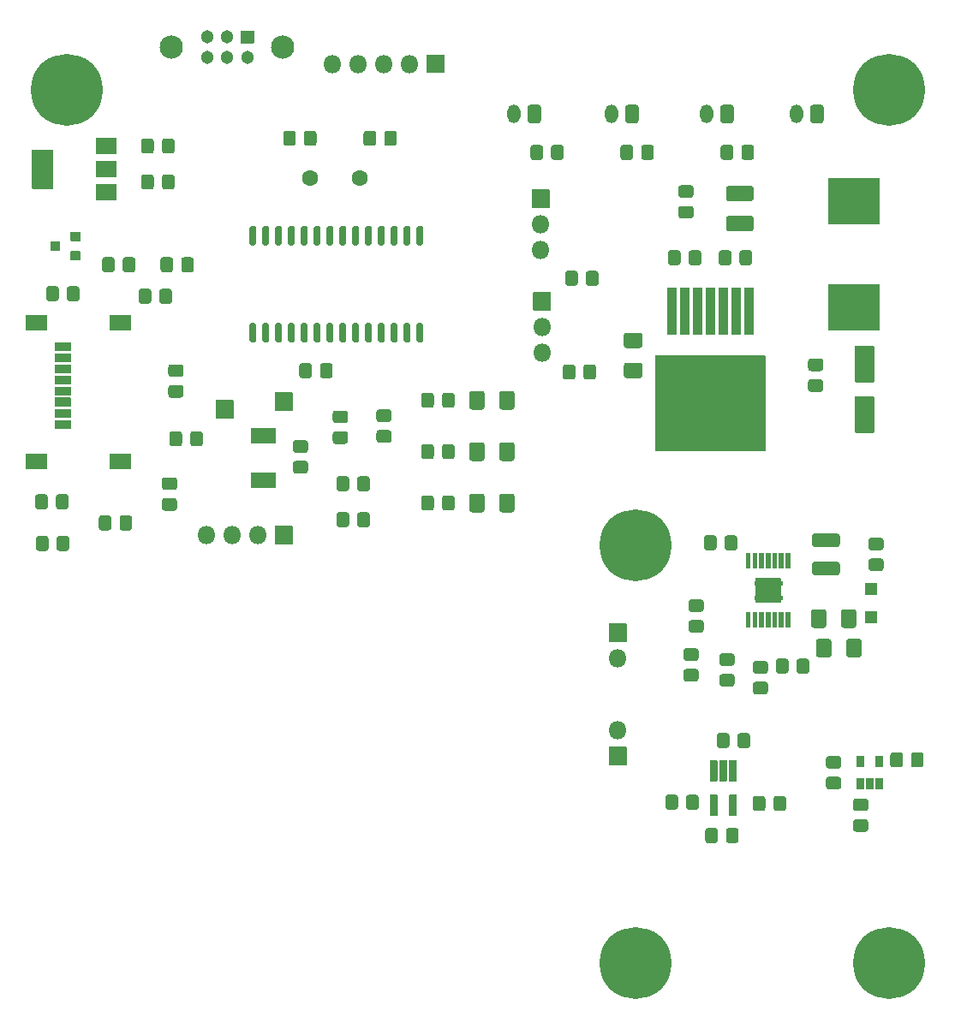
<source format=gbr>
%TF.GenerationSoftware,KiCad,Pcbnew,(5.1.9)-1*%
%TF.CreationDate,2021-07-15T19:20:44-04:00*%
%TF.ProjectId,detector_support,64657465-6374-46f7-925f-737570706f72,rev?*%
%TF.SameCoordinates,Original*%
%TF.FileFunction,Soldermask,Top*%
%TF.FilePolarity,Negative*%
%FSLAX46Y46*%
G04 Gerber Fmt 4.6, Leading zero omitted, Abs format (unit mm)*
G04 Created by KiCad (PCBNEW (5.1.9)-1) date 2021-07-15 19:20:44*
%MOMM*%
%LPD*%
G01*
G04 APERTURE LIST*
%ADD10C,0.100000*%
%ADD11C,7.101600*%
%ADD12O,1.801600X1.801600*%
%ADD13C,2.301600*%
%ADD14C,1.301600*%
%ADD15C,1.601600*%
%ADD16O,1.301600X1.851600*%
G04 APERTURE END LIST*
D10*
%TO.C,U6*%
G36*
X158282000Y-104690000D02*
G01*
X158182000Y-104690000D01*
X158182000Y-105040000D01*
X158282000Y-105040000D01*
X158282000Y-104690000D01*
G37*
X158282000Y-104690000D02*
X158182000Y-104690000D01*
X158182000Y-105040000D01*
X158282000Y-105040000D01*
X158282000Y-104690000D01*
G36*
X158282000Y-103590000D02*
G01*
X158182000Y-103590000D01*
X158182000Y-103240000D01*
X158282000Y-103240000D01*
X158282000Y-103590000D01*
G37*
X158282000Y-103590000D02*
X158182000Y-103590000D01*
X158182000Y-103240000D01*
X158282000Y-103240000D01*
X158282000Y-103590000D01*
G36*
X160742000Y-103590000D02*
G01*
X160842000Y-103590000D01*
X160842000Y-103240000D01*
X160742000Y-103240000D01*
X160742000Y-103590000D01*
G37*
X160742000Y-103590000D02*
X160842000Y-103590000D01*
X160842000Y-103240000D01*
X160742000Y-103240000D01*
X160742000Y-103590000D01*
G36*
X160742000Y-104690000D02*
G01*
X160842000Y-104690000D01*
X160842000Y-105040000D01*
X160742000Y-105040000D01*
X160742000Y-104690000D01*
G37*
X160742000Y-104690000D02*
X160842000Y-104690000D01*
X160842000Y-105040000D01*
X160742000Y-105040000D01*
X160742000Y-104690000D01*
G36*
X158282000Y-104690000D02*
G01*
X158182000Y-104690000D01*
X158182000Y-105040000D01*
X158282000Y-105040000D01*
X158282000Y-104690000D01*
G37*
X158282000Y-104690000D02*
X158182000Y-104690000D01*
X158182000Y-105040000D01*
X158282000Y-105040000D01*
X158282000Y-104690000D01*
G36*
X158282000Y-103590000D02*
G01*
X158182000Y-103590000D01*
X158182000Y-103240000D01*
X158282000Y-103240000D01*
X158282000Y-103590000D01*
G37*
X158282000Y-103590000D02*
X158182000Y-103590000D01*
X158182000Y-103240000D01*
X158282000Y-103240000D01*
X158282000Y-103590000D01*
G36*
X160742000Y-103590000D02*
G01*
X160842000Y-103590000D01*
X160842000Y-103240000D01*
X160742000Y-103240000D01*
X160742000Y-103590000D01*
G37*
X160742000Y-103590000D02*
X160842000Y-103590000D01*
X160842000Y-103240000D01*
X160742000Y-103240000D01*
X160742000Y-103590000D01*
G36*
X160742000Y-104690000D02*
G01*
X160842000Y-104690000D01*
X160842000Y-105040000D01*
X160742000Y-105040000D01*
X160742000Y-104690000D01*
G37*
X160742000Y-104690000D02*
X160842000Y-104690000D01*
X160842000Y-105040000D01*
X160742000Y-105040000D01*
X160742000Y-104690000D01*
%TD*%
%TO.C,U5*%
G36*
G01*
X124919600Y-77712400D02*
X125270400Y-77712400D01*
G75*
G02*
X125445800Y-77887800I0J-175400D01*
G01*
X125445800Y-79438600D01*
G75*
G02*
X125270400Y-79614000I-175400J0D01*
G01*
X124919600Y-79614000D01*
G75*
G02*
X124744200Y-79438600I0J175400D01*
G01*
X124744200Y-77887800D01*
G75*
G02*
X124919600Y-77712400I175400J0D01*
G01*
G37*
G36*
G01*
X123649600Y-77712400D02*
X124000400Y-77712400D01*
G75*
G02*
X124175800Y-77887800I0J-175400D01*
G01*
X124175800Y-79438600D01*
G75*
G02*
X124000400Y-79614000I-175400J0D01*
G01*
X123649600Y-79614000D01*
G75*
G02*
X123474200Y-79438600I0J175400D01*
G01*
X123474200Y-77887800D01*
G75*
G02*
X123649600Y-77712400I175400J0D01*
G01*
G37*
G36*
G01*
X122379600Y-77712400D02*
X122730400Y-77712400D01*
G75*
G02*
X122905800Y-77887800I0J-175400D01*
G01*
X122905800Y-79438600D01*
G75*
G02*
X122730400Y-79614000I-175400J0D01*
G01*
X122379600Y-79614000D01*
G75*
G02*
X122204200Y-79438600I0J175400D01*
G01*
X122204200Y-77887800D01*
G75*
G02*
X122379600Y-77712400I175400J0D01*
G01*
G37*
G36*
G01*
X121109600Y-77712400D02*
X121460400Y-77712400D01*
G75*
G02*
X121635800Y-77887800I0J-175400D01*
G01*
X121635800Y-79438600D01*
G75*
G02*
X121460400Y-79614000I-175400J0D01*
G01*
X121109600Y-79614000D01*
G75*
G02*
X120934200Y-79438600I0J175400D01*
G01*
X120934200Y-77887800D01*
G75*
G02*
X121109600Y-77712400I175400J0D01*
G01*
G37*
G36*
G01*
X119839600Y-77712400D02*
X120190400Y-77712400D01*
G75*
G02*
X120365800Y-77887800I0J-175400D01*
G01*
X120365800Y-79438600D01*
G75*
G02*
X120190400Y-79614000I-175400J0D01*
G01*
X119839600Y-79614000D01*
G75*
G02*
X119664200Y-79438600I0J175400D01*
G01*
X119664200Y-77887800D01*
G75*
G02*
X119839600Y-77712400I175400J0D01*
G01*
G37*
G36*
G01*
X118569600Y-77712400D02*
X118920400Y-77712400D01*
G75*
G02*
X119095800Y-77887800I0J-175400D01*
G01*
X119095800Y-79438600D01*
G75*
G02*
X118920400Y-79614000I-175400J0D01*
G01*
X118569600Y-79614000D01*
G75*
G02*
X118394200Y-79438600I0J175400D01*
G01*
X118394200Y-77887800D01*
G75*
G02*
X118569600Y-77712400I175400J0D01*
G01*
G37*
G36*
G01*
X117299600Y-77712400D02*
X117650400Y-77712400D01*
G75*
G02*
X117825800Y-77887800I0J-175400D01*
G01*
X117825800Y-79438600D01*
G75*
G02*
X117650400Y-79614000I-175400J0D01*
G01*
X117299600Y-79614000D01*
G75*
G02*
X117124200Y-79438600I0J175400D01*
G01*
X117124200Y-77887800D01*
G75*
G02*
X117299600Y-77712400I175400J0D01*
G01*
G37*
G36*
G01*
X116029600Y-77712400D02*
X116380400Y-77712400D01*
G75*
G02*
X116555800Y-77887800I0J-175400D01*
G01*
X116555800Y-79438600D01*
G75*
G02*
X116380400Y-79614000I-175400J0D01*
G01*
X116029600Y-79614000D01*
G75*
G02*
X115854200Y-79438600I0J175400D01*
G01*
X115854200Y-77887800D01*
G75*
G02*
X116029600Y-77712400I175400J0D01*
G01*
G37*
G36*
G01*
X114759600Y-77712400D02*
X115110400Y-77712400D01*
G75*
G02*
X115285800Y-77887800I0J-175400D01*
G01*
X115285800Y-79438600D01*
G75*
G02*
X115110400Y-79614000I-175400J0D01*
G01*
X114759600Y-79614000D01*
G75*
G02*
X114584200Y-79438600I0J175400D01*
G01*
X114584200Y-77887800D01*
G75*
G02*
X114759600Y-77712400I175400J0D01*
G01*
G37*
G36*
G01*
X113489600Y-77712400D02*
X113840400Y-77712400D01*
G75*
G02*
X114015800Y-77887800I0J-175400D01*
G01*
X114015800Y-79438600D01*
G75*
G02*
X113840400Y-79614000I-175400J0D01*
G01*
X113489600Y-79614000D01*
G75*
G02*
X113314200Y-79438600I0J175400D01*
G01*
X113314200Y-77887800D01*
G75*
G02*
X113489600Y-77712400I175400J0D01*
G01*
G37*
G36*
G01*
X112219600Y-77712400D02*
X112570400Y-77712400D01*
G75*
G02*
X112745800Y-77887800I0J-175400D01*
G01*
X112745800Y-79438600D01*
G75*
G02*
X112570400Y-79614000I-175400J0D01*
G01*
X112219600Y-79614000D01*
G75*
G02*
X112044200Y-79438600I0J175400D01*
G01*
X112044200Y-77887800D01*
G75*
G02*
X112219600Y-77712400I175400J0D01*
G01*
G37*
G36*
G01*
X110949600Y-77712400D02*
X111300400Y-77712400D01*
G75*
G02*
X111475800Y-77887800I0J-175400D01*
G01*
X111475800Y-79438600D01*
G75*
G02*
X111300400Y-79614000I-175400J0D01*
G01*
X110949600Y-79614000D01*
G75*
G02*
X110774200Y-79438600I0J175400D01*
G01*
X110774200Y-77887800D01*
G75*
G02*
X110949600Y-77712400I175400J0D01*
G01*
G37*
G36*
G01*
X109679600Y-77712400D02*
X110030400Y-77712400D01*
G75*
G02*
X110205800Y-77887800I0J-175400D01*
G01*
X110205800Y-79438600D01*
G75*
G02*
X110030400Y-79614000I-175400J0D01*
G01*
X109679600Y-79614000D01*
G75*
G02*
X109504200Y-79438600I0J175400D01*
G01*
X109504200Y-77887800D01*
G75*
G02*
X109679600Y-77712400I175400J0D01*
G01*
G37*
G36*
G01*
X108409600Y-77712400D02*
X108760400Y-77712400D01*
G75*
G02*
X108935800Y-77887800I0J-175400D01*
G01*
X108935800Y-79438600D01*
G75*
G02*
X108760400Y-79614000I-175400J0D01*
G01*
X108409600Y-79614000D01*
G75*
G02*
X108234200Y-79438600I0J175400D01*
G01*
X108234200Y-77887800D01*
G75*
G02*
X108409600Y-77712400I175400J0D01*
G01*
G37*
G36*
G01*
X108409600Y-68112400D02*
X108760400Y-68112400D01*
G75*
G02*
X108935800Y-68287800I0J-175400D01*
G01*
X108935800Y-69838600D01*
G75*
G02*
X108760400Y-70014000I-175400J0D01*
G01*
X108409600Y-70014000D01*
G75*
G02*
X108234200Y-69838600I0J175400D01*
G01*
X108234200Y-68287800D01*
G75*
G02*
X108409600Y-68112400I175400J0D01*
G01*
G37*
G36*
G01*
X109679600Y-68112400D02*
X110030400Y-68112400D01*
G75*
G02*
X110205800Y-68287800I0J-175400D01*
G01*
X110205800Y-69838600D01*
G75*
G02*
X110030400Y-70014000I-175400J0D01*
G01*
X109679600Y-70014000D01*
G75*
G02*
X109504200Y-69838600I0J175400D01*
G01*
X109504200Y-68287800D01*
G75*
G02*
X109679600Y-68112400I175400J0D01*
G01*
G37*
G36*
G01*
X110949600Y-68112400D02*
X111300400Y-68112400D01*
G75*
G02*
X111475800Y-68287800I0J-175400D01*
G01*
X111475800Y-69838600D01*
G75*
G02*
X111300400Y-70014000I-175400J0D01*
G01*
X110949600Y-70014000D01*
G75*
G02*
X110774200Y-69838600I0J175400D01*
G01*
X110774200Y-68287800D01*
G75*
G02*
X110949600Y-68112400I175400J0D01*
G01*
G37*
G36*
G01*
X112219600Y-68112400D02*
X112570400Y-68112400D01*
G75*
G02*
X112745800Y-68287800I0J-175400D01*
G01*
X112745800Y-69838600D01*
G75*
G02*
X112570400Y-70014000I-175400J0D01*
G01*
X112219600Y-70014000D01*
G75*
G02*
X112044200Y-69838600I0J175400D01*
G01*
X112044200Y-68287800D01*
G75*
G02*
X112219600Y-68112400I175400J0D01*
G01*
G37*
G36*
G01*
X113489600Y-68112400D02*
X113840400Y-68112400D01*
G75*
G02*
X114015800Y-68287800I0J-175400D01*
G01*
X114015800Y-69838600D01*
G75*
G02*
X113840400Y-70014000I-175400J0D01*
G01*
X113489600Y-70014000D01*
G75*
G02*
X113314200Y-69838600I0J175400D01*
G01*
X113314200Y-68287800D01*
G75*
G02*
X113489600Y-68112400I175400J0D01*
G01*
G37*
G36*
G01*
X114759600Y-68112400D02*
X115110400Y-68112400D01*
G75*
G02*
X115285800Y-68287800I0J-175400D01*
G01*
X115285800Y-69838600D01*
G75*
G02*
X115110400Y-70014000I-175400J0D01*
G01*
X114759600Y-70014000D01*
G75*
G02*
X114584200Y-69838600I0J175400D01*
G01*
X114584200Y-68287800D01*
G75*
G02*
X114759600Y-68112400I175400J0D01*
G01*
G37*
G36*
G01*
X116029600Y-68112400D02*
X116380400Y-68112400D01*
G75*
G02*
X116555800Y-68287800I0J-175400D01*
G01*
X116555800Y-69838600D01*
G75*
G02*
X116380400Y-70014000I-175400J0D01*
G01*
X116029600Y-70014000D01*
G75*
G02*
X115854200Y-69838600I0J175400D01*
G01*
X115854200Y-68287800D01*
G75*
G02*
X116029600Y-68112400I175400J0D01*
G01*
G37*
G36*
G01*
X117299600Y-68112400D02*
X117650400Y-68112400D01*
G75*
G02*
X117825800Y-68287800I0J-175400D01*
G01*
X117825800Y-69838600D01*
G75*
G02*
X117650400Y-70014000I-175400J0D01*
G01*
X117299600Y-70014000D01*
G75*
G02*
X117124200Y-69838600I0J175400D01*
G01*
X117124200Y-68287800D01*
G75*
G02*
X117299600Y-68112400I175400J0D01*
G01*
G37*
G36*
G01*
X118569600Y-68112400D02*
X118920400Y-68112400D01*
G75*
G02*
X119095800Y-68287800I0J-175400D01*
G01*
X119095800Y-69838600D01*
G75*
G02*
X118920400Y-70014000I-175400J0D01*
G01*
X118569600Y-70014000D01*
G75*
G02*
X118394200Y-69838600I0J175400D01*
G01*
X118394200Y-68287800D01*
G75*
G02*
X118569600Y-68112400I175400J0D01*
G01*
G37*
G36*
G01*
X119839600Y-68112400D02*
X120190400Y-68112400D01*
G75*
G02*
X120365800Y-68287800I0J-175400D01*
G01*
X120365800Y-69838600D01*
G75*
G02*
X120190400Y-70014000I-175400J0D01*
G01*
X119839600Y-70014000D01*
G75*
G02*
X119664200Y-69838600I0J175400D01*
G01*
X119664200Y-68287800D01*
G75*
G02*
X119839600Y-68112400I175400J0D01*
G01*
G37*
G36*
G01*
X121109600Y-68112400D02*
X121460400Y-68112400D01*
G75*
G02*
X121635800Y-68287800I0J-175400D01*
G01*
X121635800Y-69838600D01*
G75*
G02*
X121460400Y-70014000I-175400J0D01*
G01*
X121109600Y-70014000D01*
G75*
G02*
X120934200Y-69838600I0J175400D01*
G01*
X120934200Y-68287800D01*
G75*
G02*
X121109600Y-68112400I175400J0D01*
G01*
G37*
G36*
G01*
X122379600Y-68112400D02*
X122730400Y-68112400D01*
G75*
G02*
X122905800Y-68287800I0J-175400D01*
G01*
X122905800Y-69838600D01*
G75*
G02*
X122730400Y-70014000I-175400J0D01*
G01*
X122379600Y-70014000D01*
G75*
G02*
X122204200Y-69838600I0J175400D01*
G01*
X122204200Y-68287800D01*
G75*
G02*
X122379600Y-68112400I175400J0D01*
G01*
G37*
G36*
G01*
X123649600Y-68112400D02*
X124000400Y-68112400D01*
G75*
G02*
X124175800Y-68287800I0J-175400D01*
G01*
X124175800Y-69838600D01*
G75*
G02*
X124000400Y-70014000I-175400J0D01*
G01*
X123649600Y-70014000D01*
G75*
G02*
X123474200Y-69838600I0J175400D01*
G01*
X123474200Y-68287800D01*
G75*
G02*
X123649600Y-68112400I175400J0D01*
G01*
G37*
G36*
G01*
X124919600Y-68112400D02*
X125270400Y-68112400D01*
G75*
G02*
X125445800Y-68287800I0J-175400D01*
G01*
X125445800Y-69838600D01*
G75*
G02*
X125270400Y-70014000I-175400J0D01*
G01*
X124919600Y-70014000D01*
G75*
G02*
X124744200Y-69838600I0J175400D01*
G01*
X124744200Y-68287800D01*
G75*
G02*
X124919600Y-68112400I175400J0D01*
G01*
G37*
%TD*%
%TO.C,TP2*%
G36*
G01*
X104890200Y-87083000D02*
X104890200Y-85383000D01*
G75*
G02*
X104941000Y-85332200I50800J0D01*
G01*
X106641000Y-85332200D01*
G75*
G02*
X106691800Y-85383000I0J-50800D01*
G01*
X106691800Y-87083000D01*
G75*
G02*
X106641000Y-87133800I-50800J0D01*
G01*
X104941000Y-87133800D01*
G75*
G02*
X104890200Y-87083000I0J50800D01*
G01*
G37*
%TD*%
%TO.C,J8*%
G36*
G01*
X88185500Y-78436300D02*
X86185500Y-78436300D01*
G75*
G02*
X86134700Y-78385500I0J50800D01*
G01*
X86134700Y-76935500D01*
G75*
G02*
X86185500Y-76884700I50800J0D01*
G01*
X88185500Y-76884700D01*
G75*
G02*
X88236300Y-76935500I0J-50800D01*
G01*
X88236300Y-78385500D01*
G75*
G02*
X88185500Y-78436300I-50800J0D01*
G01*
G37*
G36*
G01*
X88185500Y-92186300D02*
X86185500Y-92186300D01*
G75*
G02*
X86134700Y-92135500I0J50800D01*
G01*
X86134700Y-90685500D01*
G75*
G02*
X86185500Y-90634700I50800J0D01*
G01*
X88185500Y-90634700D01*
G75*
G02*
X88236300Y-90685500I0J-50800D01*
G01*
X88236300Y-92135500D01*
G75*
G02*
X88185500Y-92186300I-50800J0D01*
G01*
G37*
G36*
G01*
X96485500Y-92186300D02*
X94485500Y-92186300D01*
G75*
G02*
X94434700Y-92135500I0J50800D01*
G01*
X94434700Y-90685500D01*
G75*
G02*
X94485500Y-90634700I50800J0D01*
G01*
X96485500Y-90634700D01*
G75*
G02*
X96536300Y-90685500I0J-50800D01*
G01*
X96536300Y-92135500D01*
G75*
G02*
X96485500Y-92186300I-50800J0D01*
G01*
G37*
G36*
G01*
X96485500Y-78436300D02*
X94485500Y-78436300D01*
G75*
G02*
X94434700Y-78385500I0J50800D01*
G01*
X94434700Y-76935500D01*
G75*
G02*
X94485500Y-76884700I50800J0D01*
G01*
X96485500Y-76884700D01*
G75*
G02*
X96536300Y-76935500I0J-50800D01*
G01*
X96536300Y-78385500D01*
G75*
G02*
X96485500Y-78436300I-50800J0D01*
G01*
G37*
G36*
G01*
X90535500Y-80491300D02*
X89035500Y-80491300D01*
G75*
G02*
X88984700Y-80440500I0J50800D01*
G01*
X88984700Y-79640500D01*
G75*
G02*
X89035500Y-79589700I50800J0D01*
G01*
X90535500Y-79589700D01*
G75*
G02*
X90586300Y-79640500I0J-50800D01*
G01*
X90586300Y-80440500D01*
G75*
G02*
X90535500Y-80491300I-50800J0D01*
G01*
G37*
G36*
G01*
X90535500Y-81591300D02*
X89035500Y-81591300D01*
G75*
G02*
X88984700Y-81540500I0J50800D01*
G01*
X88984700Y-80740500D01*
G75*
G02*
X89035500Y-80689700I50800J0D01*
G01*
X90535500Y-80689700D01*
G75*
G02*
X90586300Y-80740500I0J-50800D01*
G01*
X90586300Y-81540500D01*
G75*
G02*
X90535500Y-81591300I-50800J0D01*
G01*
G37*
G36*
G01*
X90535500Y-82691300D02*
X89035500Y-82691300D01*
G75*
G02*
X88984700Y-82640500I0J50800D01*
G01*
X88984700Y-81840500D01*
G75*
G02*
X89035500Y-81789700I50800J0D01*
G01*
X90535500Y-81789700D01*
G75*
G02*
X90586300Y-81840500I0J-50800D01*
G01*
X90586300Y-82640500D01*
G75*
G02*
X90535500Y-82691300I-50800J0D01*
G01*
G37*
G36*
G01*
X90545500Y-83791300D02*
X89045500Y-83791300D01*
G75*
G02*
X88994700Y-83740500I0J50800D01*
G01*
X88994700Y-82940500D01*
G75*
G02*
X89045500Y-82889700I50800J0D01*
G01*
X90545500Y-82889700D01*
G75*
G02*
X90596300Y-82940500I0J-50800D01*
G01*
X90596300Y-83740500D01*
G75*
G02*
X90545500Y-83791300I-50800J0D01*
G01*
G37*
G36*
G01*
X90535500Y-84891300D02*
X89035500Y-84891300D01*
G75*
G02*
X88984700Y-84840500I0J50800D01*
G01*
X88984700Y-84040500D01*
G75*
G02*
X89035500Y-83989700I50800J0D01*
G01*
X90535500Y-83989700D01*
G75*
G02*
X90586300Y-84040500I0J-50800D01*
G01*
X90586300Y-84840500D01*
G75*
G02*
X90535500Y-84891300I-50800J0D01*
G01*
G37*
G36*
G01*
X90535500Y-85981300D02*
X89035500Y-85981300D01*
G75*
G02*
X88984700Y-85930500I0J50800D01*
G01*
X88984700Y-85130500D01*
G75*
G02*
X89035500Y-85079700I50800J0D01*
G01*
X90535500Y-85079700D01*
G75*
G02*
X90586300Y-85130500I0J-50800D01*
G01*
X90586300Y-85930500D01*
G75*
G02*
X90535500Y-85981300I-50800J0D01*
G01*
G37*
G36*
G01*
X90535500Y-87091300D02*
X89035500Y-87091300D01*
G75*
G02*
X88984700Y-87040500I0J50800D01*
G01*
X88984700Y-86240500D01*
G75*
G02*
X89035500Y-86189700I50800J0D01*
G01*
X90535500Y-86189700D01*
G75*
G02*
X90586300Y-86240500I0J-50800D01*
G01*
X90586300Y-87040500D01*
G75*
G02*
X90535500Y-87091300I-50800J0D01*
G01*
G37*
G36*
G01*
X90535500Y-88191300D02*
X89035500Y-88191300D01*
G75*
G02*
X88984700Y-88140500I0J50800D01*
G01*
X88984700Y-87340500D01*
G75*
G02*
X89035500Y-87289700I50800J0D01*
G01*
X90535500Y-87289700D01*
G75*
G02*
X90586300Y-87340500I0J-50800D01*
G01*
X90586300Y-88140500D01*
G75*
G02*
X90535500Y-88191300I-50800J0D01*
G01*
G37*
%TD*%
D11*
%TO.C,REF\u002A\u002A*%
X146431000Y-140970000D03*
%TD*%
D12*
%TO.C,J11*%
X104013000Y-98679000D03*
X106553000Y-98679000D03*
X109093000Y-98679000D03*
G36*
G01*
X110783000Y-97778200D02*
X112483000Y-97778200D01*
G75*
G02*
X112533800Y-97829000I0J-50800D01*
G01*
X112533800Y-99529000D01*
G75*
G02*
X112483000Y-99579800I-50800J0D01*
G01*
X110783000Y-99579800D01*
G75*
G02*
X110732200Y-99529000I0J50800D01*
G01*
X110732200Y-97829000D01*
G75*
G02*
X110783000Y-97778200I50800J0D01*
G01*
G37*
%TD*%
%TO.C,J2*%
X144653000Y-110871000D03*
G36*
G01*
X143752200Y-109181000D02*
X143752200Y-107481000D01*
G75*
G02*
X143803000Y-107430200I50800J0D01*
G01*
X145503000Y-107430200D01*
G75*
G02*
X145553800Y-107481000I0J-50800D01*
G01*
X145553800Y-109181000D01*
G75*
G02*
X145503000Y-109231800I-50800J0D01*
G01*
X143803000Y-109231800D01*
G75*
G02*
X143752200Y-109181000I0J50800D01*
G01*
G37*
%TD*%
%TO.C,C1*%
G36*
G01*
X155683800Y-118520285D02*
X155683800Y-119477715D01*
G75*
G02*
X155411715Y-119749800I-272085J0D01*
G01*
X154704285Y-119749800D01*
G75*
G02*
X154432200Y-119477715I0J272085D01*
G01*
X154432200Y-118520285D01*
G75*
G02*
X154704285Y-118248200I272085J0D01*
G01*
X155411715Y-118248200D01*
G75*
G02*
X155683800Y-118520285I0J-272085D01*
G01*
G37*
G36*
G01*
X157733800Y-118520285D02*
X157733800Y-119477715D01*
G75*
G02*
X157461715Y-119749800I-272085J0D01*
G01*
X156754285Y-119749800D01*
G75*
G02*
X156482200Y-119477715I0J272085D01*
G01*
X156482200Y-118520285D01*
G75*
G02*
X156754285Y-118248200I272085J0D01*
G01*
X157461715Y-118248200D01*
G75*
G02*
X157733800Y-118520285I0J-272085D01*
G01*
G37*
%TD*%
%TO.C,C26*%
G36*
G01*
X155610024Y-67108700D02*
X157825976Y-67108700D01*
G75*
G02*
X158093800Y-67376524I0J-267824D01*
G01*
X158093800Y-68367476D01*
G75*
G02*
X157825976Y-68635300I-267824J0D01*
G01*
X155610024Y-68635300D01*
G75*
G02*
X155342200Y-68367476I0J267824D01*
G01*
X155342200Y-67376524D01*
G75*
G02*
X155610024Y-67108700I267824J0D01*
G01*
G37*
G36*
G01*
X155610024Y-64133700D02*
X157825976Y-64133700D01*
G75*
G02*
X158093800Y-64401524I0J-267824D01*
G01*
X158093800Y-65392476D01*
G75*
G02*
X157825976Y-65660300I-267824J0D01*
G01*
X155610024Y-65660300D01*
G75*
G02*
X155342200Y-65392476I0J267824D01*
G01*
X155342200Y-64401524D01*
G75*
G02*
X155610024Y-64133700I267824J0D01*
G01*
G37*
%TD*%
%TO.C,C22*%
G36*
G01*
X145519024Y-81623200D02*
X146834976Y-81623200D01*
G75*
G02*
X147102800Y-81891024I0J-267824D01*
G01*
X147102800Y-82881976D01*
G75*
G02*
X146834976Y-83149800I-267824J0D01*
G01*
X145519024Y-83149800D01*
G75*
G02*
X145251200Y-82881976I0J267824D01*
G01*
X145251200Y-81891024D01*
G75*
G02*
X145519024Y-81623200I267824J0D01*
G01*
G37*
G36*
G01*
X145519024Y-78648200D02*
X146834976Y-78648200D01*
G75*
G02*
X147102800Y-78916024I0J-267824D01*
G01*
X147102800Y-79906976D01*
G75*
G02*
X146834976Y-80174800I-267824J0D01*
G01*
X145519024Y-80174800D01*
G75*
G02*
X145251200Y-79906976I0J267824D01*
G01*
X145251200Y-78916024D01*
G75*
G02*
X145519024Y-78648200I267824J0D01*
G01*
G37*
%TD*%
%TO.C,C16*%
G36*
G01*
X165772800Y-109197024D02*
X165772800Y-110512976D01*
G75*
G02*
X165504976Y-110780800I-267824J0D01*
G01*
X164514024Y-110780800D01*
G75*
G02*
X164246200Y-110512976I0J267824D01*
G01*
X164246200Y-109197024D01*
G75*
G02*
X164514024Y-108929200I267824J0D01*
G01*
X165504976Y-108929200D01*
G75*
G02*
X165772800Y-109197024I0J-267824D01*
G01*
G37*
G36*
G01*
X168747800Y-109197024D02*
X168747800Y-110512976D01*
G75*
G02*
X168479976Y-110780800I-267824J0D01*
G01*
X167489024Y-110780800D01*
G75*
G02*
X167221200Y-110512976I0J267824D01*
G01*
X167221200Y-109197024D01*
G75*
G02*
X167489024Y-108929200I267824J0D01*
G01*
X168479976Y-108929200D01*
G75*
G02*
X168747800Y-109197024I0J-267824D01*
G01*
G37*
%TD*%
%TO.C,C15*%
G36*
G01*
X165264800Y-106276024D02*
X165264800Y-107591976D01*
G75*
G02*
X164996976Y-107859800I-267824J0D01*
G01*
X164006024Y-107859800D01*
G75*
G02*
X163738200Y-107591976I0J267824D01*
G01*
X163738200Y-106276024D01*
G75*
G02*
X164006024Y-106008200I267824J0D01*
G01*
X164996976Y-106008200D01*
G75*
G02*
X165264800Y-106276024I0J-267824D01*
G01*
G37*
G36*
G01*
X168239800Y-106276024D02*
X168239800Y-107591976D01*
G75*
G02*
X167971976Y-107859800I-267824J0D01*
G01*
X166981024Y-107859800D01*
G75*
G02*
X166713200Y-107591976I0J267824D01*
G01*
X166713200Y-106276024D01*
G75*
G02*
X166981024Y-106008200I267824J0D01*
G01*
X167971976Y-106008200D01*
G75*
G02*
X168239800Y-106276024I0J-267824D01*
G01*
G37*
%TD*%
D11*
%TO.C,REF\u002A\u002A*%
X90170000Y-54610000D03*
%TD*%
%TO.C,REF\u002A\u002A*%
X171450000Y-54610000D03*
%TD*%
%TO.C,REF\u002A\u002A*%
X171450000Y-140970000D03*
%TD*%
%TO.C,REF\u002A\u002A*%
X146431000Y-99695000D03*
%TD*%
D13*
%TO.C,J10*%
X111545000Y-50419000D03*
X100545000Y-50419000D03*
D14*
X108045000Y-51419000D03*
X106045000Y-51419000D03*
X104045000Y-51419000D03*
X104045000Y-49419000D03*
G36*
G01*
X108695800Y-48819000D02*
X108695800Y-50019000D01*
G75*
G02*
X108645000Y-50069800I-50800J0D01*
G01*
X107445000Y-50069800D01*
G75*
G02*
X107394200Y-50019000I0J50800D01*
G01*
X107394200Y-48819000D01*
G75*
G02*
X107445000Y-48768200I50800J0D01*
G01*
X108645000Y-48768200D01*
G75*
G02*
X108695800Y-48819000I0J-50800D01*
G01*
G37*
X106045000Y-49419000D03*
%TD*%
%TO.C,U3*%
G36*
G01*
X155692000Y-124357200D02*
X156342000Y-124357200D01*
G75*
G02*
X156392800Y-124408000I0J-50800D01*
G01*
X156392800Y-126408000D01*
G75*
G02*
X156342000Y-126458800I-50800J0D01*
G01*
X155692000Y-126458800D01*
G75*
G02*
X155641200Y-126408000I0J50800D01*
G01*
X155641200Y-124408000D01*
G75*
G02*
X155692000Y-124357200I50800J0D01*
G01*
G37*
G36*
G01*
X153792000Y-124357200D02*
X154442000Y-124357200D01*
G75*
G02*
X154492800Y-124408000I0J-50800D01*
G01*
X154492800Y-126408000D01*
G75*
G02*
X154442000Y-126458800I-50800J0D01*
G01*
X153792000Y-126458800D01*
G75*
G02*
X153741200Y-126408000I0J50800D01*
G01*
X153741200Y-124408000D01*
G75*
G02*
X153792000Y-124357200I50800J0D01*
G01*
G37*
G36*
G01*
X153792000Y-120937200D02*
X154442000Y-120937200D01*
G75*
G02*
X154492800Y-120988000I0J-50800D01*
G01*
X154492800Y-122988000D01*
G75*
G02*
X154442000Y-123038800I-50800J0D01*
G01*
X153792000Y-123038800D01*
G75*
G02*
X153741200Y-122988000I0J50800D01*
G01*
X153741200Y-120988000D01*
G75*
G02*
X153792000Y-120937200I50800J0D01*
G01*
G37*
G36*
G01*
X154742000Y-120937200D02*
X155392000Y-120937200D01*
G75*
G02*
X155442800Y-120988000I0J-50800D01*
G01*
X155442800Y-122988000D01*
G75*
G02*
X155392000Y-123038800I-50800J0D01*
G01*
X154742000Y-123038800D01*
G75*
G02*
X154691200Y-122988000I0J50800D01*
G01*
X154691200Y-120988000D01*
G75*
G02*
X154742000Y-120937200I50800J0D01*
G01*
G37*
G36*
G01*
X155692000Y-120937200D02*
X156342000Y-120937200D01*
G75*
G02*
X156392800Y-120988000I0J-50800D01*
G01*
X156392800Y-122988000D01*
G75*
G02*
X156342000Y-123038800I-50800J0D01*
G01*
X155692000Y-123038800D01*
G75*
G02*
X155641200Y-122988000I0J50800D01*
G01*
X155641200Y-120988000D01*
G75*
G02*
X155692000Y-120937200I50800J0D01*
G01*
G37*
%TD*%
%TO.C,U1*%
G36*
G01*
X148397000Y-80910700D02*
X159197000Y-80910700D01*
G75*
G02*
X159247800Y-80961500I0J-50800D01*
G01*
X159247800Y-90361500D01*
G75*
G02*
X159197000Y-90412300I-50800J0D01*
G01*
X148397000Y-90412300D01*
G75*
G02*
X148346200Y-90361500I0J50800D01*
G01*
X148346200Y-80961500D01*
G75*
G02*
X148397000Y-80910700I50800J0D01*
G01*
G37*
G36*
G01*
X149587000Y-74160700D02*
X150387000Y-74160700D01*
G75*
G02*
X150437800Y-74211500I0J-50800D01*
G01*
X150437800Y-78811500D01*
G75*
G02*
X150387000Y-78862300I-50800J0D01*
G01*
X149587000Y-78862300D01*
G75*
G02*
X149536200Y-78811500I0J50800D01*
G01*
X149536200Y-74211500D01*
G75*
G02*
X149587000Y-74160700I50800J0D01*
G01*
G37*
G36*
G01*
X150857000Y-74160700D02*
X151657000Y-74160700D01*
G75*
G02*
X151707800Y-74211500I0J-50800D01*
G01*
X151707800Y-78811500D01*
G75*
G02*
X151657000Y-78862300I-50800J0D01*
G01*
X150857000Y-78862300D01*
G75*
G02*
X150806200Y-78811500I0J50800D01*
G01*
X150806200Y-74211500D01*
G75*
G02*
X150857000Y-74160700I50800J0D01*
G01*
G37*
G36*
G01*
X152127000Y-74160700D02*
X152927000Y-74160700D01*
G75*
G02*
X152977800Y-74211500I0J-50800D01*
G01*
X152977800Y-78811500D01*
G75*
G02*
X152927000Y-78862300I-50800J0D01*
G01*
X152127000Y-78862300D01*
G75*
G02*
X152076200Y-78811500I0J50800D01*
G01*
X152076200Y-74211500D01*
G75*
G02*
X152127000Y-74160700I50800J0D01*
G01*
G37*
G36*
G01*
X153397000Y-74160700D02*
X154197000Y-74160700D01*
G75*
G02*
X154247800Y-74211500I0J-50800D01*
G01*
X154247800Y-78811500D01*
G75*
G02*
X154197000Y-78862300I-50800J0D01*
G01*
X153397000Y-78862300D01*
G75*
G02*
X153346200Y-78811500I0J50800D01*
G01*
X153346200Y-74211500D01*
G75*
G02*
X153397000Y-74160700I50800J0D01*
G01*
G37*
G36*
G01*
X154667000Y-74160700D02*
X155467000Y-74160700D01*
G75*
G02*
X155517800Y-74211500I0J-50800D01*
G01*
X155517800Y-78811500D01*
G75*
G02*
X155467000Y-78862300I-50800J0D01*
G01*
X154667000Y-78862300D01*
G75*
G02*
X154616200Y-78811500I0J50800D01*
G01*
X154616200Y-74211500D01*
G75*
G02*
X154667000Y-74160700I50800J0D01*
G01*
G37*
G36*
G01*
X155937000Y-74160700D02*
X156737000Y-74160700D01*
G75*
G02*
X156787800Y-74211500I0J-50800D01*
G01*
X156787800Y-78811500D01*
G75*
G02*
X156737000Y-78862300I-50800J0D01*
G01*
X155937000Y-78862300D01*
G75*
G02*
X155886200Y-78811500I0J50800D01*
G01*
X155886200Y-74211500D01*
G75*
G02*
X155937000Y-74160700I50800J0D01*
G01*
G37*
G36*
G01*
X157207000Y-74160700D02*
X158007000Y-74160700D01*
G75*
G02*
X158057800Y-74211500I0J-50800D01*
G01*
X158057800Y-78811500D01*
G75*
G02*
X158007000Y-78862300I-50800J0D01*
G01*
X157207000Y-78862300D01*
G75*
G02*
X157156200Y-78811500I0J50800D01*
G01*
X157156200Y-74211500D01*
G75*
G02*
X157207000Y-74160700I50800J0D01*
G01*
G37*
%TD*%
D15*
%TO.C,Y1*%
X114246000Y-63373000D03*
X119126000Y-63373000D03*
%TD*%
%TO.C,J1*%
G36*
G01*
X125769000Y-51169200D02*
X127469000Y-51169200D01*
G75*
G02*
X127519800Y-51220000I0J-50800D01*
G01*
X127519800Y-52920000D01*
G75*
G02*
X127469000Y-52970800I-50800J0D01*
G01*
X125769000Y-52970800D01*
G75*
G02*
X125718200Y-52920000I0J50800D01*
G01*
X125718200Y-51220000D01*
G75*
G02*
X125769000Y-51169200I50800J0D01*
G01*
G37*
D12*
X124079000Y-52070000D03*
X121539000Y-52070000D03*
X118999000Y-52070000D03*
X116459000Y-52070000D03*
%TD*%
%TO.C,C4*%
G36*
G01*
X173627200Y-121382715D02*
X173627200Y-120425285D01*
G75*
G02*
X173899285Y-120153200I272085J0D01*
G01*
X174606715Y-120153200D01*
G75*
G02*
X174878800Y-120425285I0J-272085D01*
G01*
X174878800Y-121382715D01*
G75*
G02*
X174606715Y-121654800I-272085J0D01*
G01*
X173899285Y-121654800D01*
G75*
G02*
X173627200Y-121382715I0J272085D01*
G01*
G37*
G36*
G01*
X171577200Y-121382715D02*
X171577200Y-120425285D01*
G75*
G02*
X171849285Y-120153200I272085J0D01*
G01*
X172556715Y-120153200D01*
G75*
G02*
X172828800Y-120425285I0J-272085D01*
G01*
X172828800Y-121382715D01*
G75*
G02*
X172556715Y-121654800I-272085J0D01*
G01*
X171849285Y-121654800D01*
G75*
G02*
X171577200Y-121382715I0J272085D01*
G01*
G37*
%TD*%
%TO.C,R19*%
G36*
G01*
X102380200Y-89632715D02*
X102380200Y-88675285D01*
G75*
G02*
X102652285Y-88403200I272085J0D01*
G01*
X103359715Y-88403200D01*
G75*
G02*
X103631800Y-88675285I0J-272085D01*
G01*
X103631800Y-89632715D01*
G75*
G02*
X103359715Y-89904800I-272085J0D01*
G01*
X102652285Y-89904800D01*
G75*
G02*
X102380200Y-89632715I0J272085D01*
G01*
G37*
G36*
G01*
X100330200Y-89632715D02*
X100330200Y-88675285D01*
G75*
G02*
X100602285Y-88403200I272085J0D01*
G01*
X101309715Y-88403200D01*
G75*
G02*
X101581800Y-88675285I0J-272085D01*
G01*
X101581800Y-89632715D01*
G75*
G02*
X101309715Y-89904800I-272085J0D01*
G01*
X100602285Y-89904800D01*
G75*
G02*
X100330200Y-89632715I0J272085D01*
G01*
G37*
%TD*%
%TO.C,L2*%
G36*
G01*
X170571800Y-63386500D02*
X170571800Y-67886500D01*
G75*
G02*
X170521000Y-67937300I-50800J0D01*
G01*
X165521000Y-67937300D01*
G75*
G02*
X165470200Y-67886500I0J50800D01*
G01*
X165470200Y-63386500D01*
G75*
G02*
X165521000Y-63335700I50800J0D01*
G01*
X170521000Y-63335700D01*
G75*
G02*
X170571800Y-63386500I0J-50800D01*
G01*
G37*
G36*
G01*
X170571800Y-73886500D02*
X170571800Y-78386500D01*
G75*
G02*
X170521000Y-78437300I-50800J0D01*
G01*
X165521000Y-78437300D01*
G75*
G02*
X165470200Y-78386500I0J50800D01*
G01*
X165470200Y-73886500D01*
G75*
G02*
X165521000Y-73835700I50800J0D01*
G01*
X170521000Y-73835700D01*
G75*
G02*
X170571800Y-73886500I0J-50800D01*
G01*
G37*
%TD*%
%TO.C,R2*%
G36*
G01*
X150905285Y-66121700D02*
X151862715Y-66121700D01*
G75*
G02*
X152134800Y-66393785I0J-272085D01*
G01*
X152134800Y-67101215D01*
G75*
G02*
X151862715Y-67373300I-272085J0D01*
G01*
X150905285Y-67373300D01*
G75*
G02*
X150633200Y-67101215I0J272085D01*
G01*
X150633200Y-66393785D01*
G75*
G02*
X150905285Y-66121700I272085J0D01*
G01*
G37*
G36*
G01*
X150905285Y-64071700D02*
X151862715Y-64071700D01*
G75*
G02*
X152134800Y-64343785I0J-272085D01*
G01*
X152134800Y-65051215D01*
G75*
G02*
X151862715Y-65323300I-272085J0D01*
G01*
X150905285Y-65323300D01*
G75*
G02*
X150633200Y-65051215I0J272085D01*
G01*
X150633200Y-64343785D01*
G75*
G02*
X150905285Y-64071700I272085J0D01*
G01*
G37*
%TD*%
%TO.C,D7*%
G36*
G01*
X168137000Y-84963700D02*
X169937000Y-84963700D01*
G75*
G02*
X169987800Y-85014500I0J-50800D01*
G01*
X169987800Y-88514500D01*
G75*
G02*
X169937000Y-88565300I-50800J0D01*
G01*
X168137000Y-88565300D01*
G75*
G02*
X168086200Y-88514500I0J50800D01*
G01*
X168086200Y-85014500D01*
G75*
G02*
X168137000Y-84963700I50800J0D01*
G01*
G37*
G36*
G01*
X168137000Y-79963700D02*
X169937000Y-79963700D01*
G75*
G02*
X169987800Y-80014500I0J-50800D01*
G01*
X169987800Y-83514500D01*
G75*
G02*
X169937000Y-83565300I-50800J0D01*
G01*
X168137000Y-83565300D01*
G75*
G02*
X168086200Y-83514500I0J50800D01*
G01*
X168086200Y-80014500D01*
G75*
G02*
X168137000Y-79963700I50800J0D01*
G01*
G37*
%TD*%
D16*
%TO.C,J6*%
X162338000Y-57023000D03*
G36*
G01*
X164988800Y-56368365D02*
X164988800Y-57677635D01*
G75*
G02*
X164717635Y-57948800I-271165J0D01*
G01*
X163958365Y-57948800D01*
G75*
G02*
X163687200Y-57677635I0J271165D01*
G01*
X163687200Y-56368365D01*
G75*
G02*
X163958365Y-56097200I271165J0D01*
G01*
X164717635Y-56097200D01*
G75*
G02*
X164988800Y-56368365I0J-271165D01*
G01*
G37*
%TD*%
%TO.C,J5*%
X153448000Y-57023000D03*
G36*
G01*
X156098800Y-56368365D02*
X156098800Y-57677635D01*
G75*
G02*
X155827635Y-57948800I-271165J0D01*
G01*
X155068365Y-57948800D01*
G75*
G02*
X154797200Y-57677635I0J271165D01*
G01*
X154797200Y-56368365D01*
G75*
G02*
X155068365Y-56097200I271165J0D01*
G01*
X155827635Y-56097200D01*
G75*
G02*
X156098800Y-56368365I0J-271165D01*
G01*
G37*
%TD*%
%TO.C,J4*%
X144050000Y-57023000D03*
G36*
G01*
X146700800Y-56368365D02*
X146700800Y-57677635D01*
G75*
G02*
X146429635Y-57948800I-271165J0D01*
G01*
X145670365Y-57948800D01*
G75*
G02*
X145399200Y-57677635I0J271165D01*
G01*
X145399200Y-56368365D01*
G75*
G02*
X145670365Y-56097200I271165J0D01*
G01*
X146429635Y-56097200D01*
G75*
G02*
X146700800Y-56368365I0J-271165D01*
G01*
G37*
%TD*%
%TO.C,J3*%
X134398000Y-57023000D03*
G36*
G01*
X137048800Y-56368365D02*
X137048800Y-57677635D01*
G75*
G02*
X136777635Y-57948800I-271165J0D01*
G01*
X136018365Y-57948800D01*
G75*
G02*
X135747200Y-57677635I0J271165D01*
G01*
X135747200Y-56368365D01*
G75*
G02*
X136018365Y-56097200I271165J0D01*
G01*
X136777635Y-56097200D01*
G75*
G02*
X137048800Y-56368365I0J-271165D01*
G01*
G37*
%TD*%
%TO.C,U6*%
G36*
G01*
X161284234Y-100431600D02*
X161639834Y-100431600D01*
G75*
G02*
X161690634Y-100482400I0J-50800D01*
G01*
X161690634Y-101955600D01*
G75*
G02*
X161639834Y-102006400I-50800J0D01*
G01*
X161284234Y-102006400D01*
G75*
G02*
X161233434Y-101955600I0J50800D01*
G01*
X161233434Y-100482400D01*
G75*
G02*
X161284234Y-100431600I50800J0D01*
G01*
G37*
G36*
G01*
X160634223Y-100431600D02*
X160989823Y-100431600D01*
G75*
G02*
X161040623Y-100482400I0J-50800D01*
G01*
X161040623Y-101955600D01*
G75*
G02*
X160989823Y-102006400I-50800J0D01*
G01*
X160634223Y-102006400D01*
G75*
G02*
X160583423Y-101955600I0J50800D01*
G01*
X160583423Y-100482400D01*
G75*
G02*
X160634223Y-100431600I50800J0D01*
G01*
G37*
G36*
G01*
X159984211Y-100431600D02*
X160339811Y-100431600D01*
G75*
G02*
X160390611Y-100482400I0J-50800D01*
G01*
X160390611Y-101955600D01*
G75*
G02*
X160339811Y-102006400I-50800J0D01*
G01*
X159984211Y-102006400D01*
G75*
G02*
X159933411Y-101955600I0J50800D01*
G01*
X159933411Y-100482400D01*
G75*
G02*
X159984211Y-100431600I50800J0D01*
G01*
G37*
G36*
G01*
X159334200Y-100431600D02*
X159689800Y-100431600D01*
G75*
G02*
X159740600Y-100482400I0J-50800D01*
G01*
X159740600Y-101955600D01*
G75*
G02*
X159689800Y-102006400I-50800J0D01*
G01*
X159334200Y-102006400D01*
G75*
G02*
X159283400Y-101955600I0J50800D01*
G01*
X159283400Y-100482400D01*
G75*
G02*
X159334200Y-100431600I50800J0D01*
G01*
G37*
G36*
G01*
X158684189Y-100431600D02*
X159039789Y-100431600D01*
G75*
G02*
X159090589Y-100482400I0J-50800D01*
G01*
X159090589Y-101955600D01*
G75*
G02*
X159039789Y-102006400I-50800J0D01*
G01*
X158684189Y-102006400D01*
G75*
G02*
X158633389Y-101955600I0J50800D01*
G01*
X158633389Y-100482400D01*
G75*
G02*
X158684189Y-100431600I50800J0D01*
G01*
G37*
G36*
G01*
X158034177Y-100431600D02*
X158389777Y-100431600D01*
G75*
G02*
X158440577Y-100482400I0J-50800D01*
G01*
X158440577Y-101955600D01*
G75*
G02*
X158389777Y-102006400I-50800J0D01*
G01*
X158034177Y-102006400D01*
G75*
G02*
X157983377Y-101955600I0J50800D01*
G01*
X157983377Y-100482400D01*
G75*
G02*
X158034177Y-100431600I50800J0D01*
G01*
G37*
G36*
G01*
X157384166Y-100431600D02*
X157739766Y-100431600D01*
G75*
G02*
X157790566Y-100482400I0J-50800D01*
G01*
X157790566Y-101955600D01*
G75*
G02*
X157739766Y-102006400I-50800J0D01*
G01*
X157384166Y-102006400D01*
G75*
G02*
X157333366Y-101955600I0J50800D01*
G01*
X157333366Y-100482400D01*
G75*
G02*
X157384166Y-100431600I50800J0D01*
G01*
G37*
G36*
G01*
X157384166Y-106273600D02*
X157739766Y-106273600D01*
G75*
G02*
X157790566Y-106324400I0J-50800D01*
G01*
X157790566Y-107797600D01*
G75*
G02*
X157739766Y-107848400I-50800J0D01*
G01*
X157384166Y-107848400D01*
G75*
G02*
X157333366Y-107797600I0J50800D01*
G01*
X157333366Y-106324400D01*
G75*
G02*
X157384166Y-106273600I50800J0D01*
G01*
G37*
G36*
G01*
X158034177Y-106273600D02*
X158389777Y-106273600D01*
G75*
G02*
X158440577Y-106324400I0J-50800D01*
G01*
X158440577Y-107797600D01*
G75*
G02*
X158389777Y-107848400I-50800J0D01*
G01*
X158034177Y-107848400D01*
G75*
G02*
X157983377Y-107797600I0J50800D01*
G01*
X157983377Y-106324400D01*
G75*
G02*
X158034177Y-106273600I50800J0D01*
G01*
G37*
G36*
G01*
X158684189Y-106273600D02*
X159039789Y-106273600D01*
G75*
G02*
X159090589Y-106324400I0J-50800D01*
G01*
X159090589Y-107797600D01*
G75*
G02*
X159039789Y-107848400I-50800J0D01*
G01*
X158684189Y-107848400D01*
G75*
G02*
X158633389Y-107797600I0J50800D01*
G01*
X158633389Y-106324400D01*
G75*
G02*
X158684189Y-106273600I50800J0D01*
G01*
G37*
G36*
G01*
X159334200Y-106273600D02*
X159689800Y-106273600D01*
G75*
G02*
X159740600Y-106324400I0J-50800D01*
G01*
X159740600Y-107797600D01*
G75*
G02*
X159689800Y-107848400I-50800J0D01*
G01*
X159334200Y-107848400D01*
G75*
G02*
X159283400Y-107797600I0J50800D01*
G01*
X159283400Y-106324400D01*
G75*
G02*
X159334200Y-106273600I50800J0D01*
G01*
G37*
G36*
G01*
X159984211Y-106273600D02*
X160339811Y-106273600D01*
G75*
G02*
X160390611Y-106324400I0J-50800D01*
G01*
X160390611Y-107797600D01*
G75*
G02*
X160339811Y-107848400I-50800J0D01*
G01*
X159984211Y-107848400D01*
G75*
G02*
X159933411Y-107797600I0J50800D01*
G01*
X159933411Y-106324400D01*
G75*
G02*
X159984211Y-106273600I50800J0D01*
G01*
G37*
G36*
G01*
X160634223Y-106273600D02*
X160989823Y-106273600D01*
G75*
G02*
X161040623Y-106324400I0J-50800D01*
G01*
X161040623Y-107797600D01*
G75*
G02*
X160989823Y-107848400I-50800J0D01*
G01*
X160634223Y-107848400D01*
G75*
G02*
X160583423Y-107797600I0J50800D01*
G01*
X160583423Y-106324400D01*
G75*
G02*
X160634223Y-106273600I50800J0D01*
G01*
G37*
G36*
G01*
X161284234Y-106273600D02*
X161639834Y-106273600D01*
G75*
G02*
X161690634Y-106324400I0J-50800D01*
G01*
X161690634Y-107797600D01*
G75*
G02*
X161639834Y-107848400I-50800J0D01*
G01*
X161284234Y-107848400D01*
G75*
G02*
X161233434Y-107797600I0J50800D01*
G01*
X161233434Y-106324400D01*
G75*
G02*
X161284234Y-106273600I50800J0D01*
G01*
G37*
G36*
G01*
X158282000Y-102934200D02*
X160742000Y-102934200D01*
G75*
G02*
X160792800Y-102985000I0J-50800D01*
G01*
X160792800Y-105295000D01*
G75*
G02*
X160742000Y-105345800I-50800J0D01*
G01*
X158282000Y-105345800D01*
G75*
G02*
X158231200Y-105295000I0J50800D01*
G01*
X158231200Y-102985000D01*
G75*
G02*
X158282000Y-102934200I50800J0D01*
G01*
G37*
%TD*%
%TO.C,R41*%
G36*
G01*
X151656200Y-71725715D02*
X151656200Y-70768285D01*
G75*
G02*
X151928285Y-70496200I272085J0D01*
G01*
X152635715Y-70496200D01*
G75*
G02*
X152907800Y-70768285I0J-272085D01*
G01*
X152907800Y-71725715D01*
G75*
G02*
X152635715Y-71997800I-272085J0D01*
G01*
X151928285Y-71997800D01*
G75*
G02*
X151656200Y-71725715I0J272085D01*
G01*
G37*
G36*
G01*
X149606200Y-71725715D02*
X149606200Y-70768285D01*
G75*
G02*
X149878285Y-70496200I272085J0D01*
G01*
X150585715Y-70496200D01*
G75*
G02*
X150857800Y-70768285I0J-272085D01*
G01*
X150857800Y-71725715D01*
G75*
G02*
X150585715Y-71997800I-272085J0D01*
G01*
X149878285Y-71997800D01*
G75*
G02*
X149606200Y-71725715I0J272085D01*
G01*
G37*
%TD*%
%TO.C,L1*%
G36*
G01*
X166332480Y-99859800D02*
X164121520Y-99859800D01*
G75*
G02*
X163851200Y-99589480I0J270320D01*
G01*
X163851200Y-98778520D01*
G75*
G02*
X164121520Y-98508200I270320J0D01*
G01*
X166332480Y-98508200D01*
G75*
G02*
X166602800Y-98778520I0J-270320D01*
G01*
X166602800Y-99589480D01*
G75*
G02*
X166332480Y-99859800I-270320J0D01*
G01*
G37*
G36*
G01*
X166332480Y-102659800D02*
X164121520Y-102659800D01*
G75*
G02*
X163851200Y-102389480I0J270320D01*
G01*
X163851200Y-101578520D01*
G75*
G02*
X164121520Y-101308200I270320J0D01*
G01*
X166332480Y-101308200D01*
G75*
G02*
X166602800Y-101578520I0J-270320D01*
G01*
X166602800Y-102389480D01*
G75*
G02*
X166332480Y-102659800I-270320J0D01*
G01*
G37*
%TD*%
%TO.C,C25*%
G36*
G01*
X155883300Y-70768285D02*
X155883300Y-71725715D01*
G75*
G02*
X155611215Y-71997800I-272085J0D01*
G01*
X154903785Y-71997800D01*
G75*
G02*
X154631700Y-71725715I0J272085D01*
G01*
X154631700Y-70768285D01*
G75*
G02*
X154903785Y-70496200I272085J0D01*
G01*
X155611215Y-70496200D01*
G75*
G02*
X155883300Y-70768285I0J-272085D01*
G01*
G37*
G36*
G01*
X157933300Y-70768285D02*
X157933300Y-71725715D01*
G75*
G02*
X157661215Y-71997800I-272085J0D01*
G01*
X156953785Y-71997800D01*
G75*
G02*
X156681700Y-71725715I0J272085D01*
G01*
X156681700Y-70768285D01*
G75*
G02*
X156953785Y-70496200I272085J0D01*
G01*
X157661215Y-70496200D01*
G75*
G02*
X157933300Y-70768285I0J-272085D01*
G01*
G37*
%TD*%
%TO.C,C24*%
G36*
G01*
X163732285Y-83257700D02*
X164689715Y-83257700D01*
G75*
G02*
X164961800Y-83529785I0J-272085D01*
G01*
X164961800Y-84237215D01*
G75*
G02*
X164689715Y-84509300I-272085J0D01*
G01*
X163732285Y-84509300D01*
G75*
G02*
X163460200Y-84237215I0J272085D01*
G01*
X163460200Y-83529785D01*
G75*
G02*
X163732285Y-83257700I272085J0D01*
G01*
G37*
G36*
G01*
X163732285Y-81207700D02*
X164689715Y-81207700D01*
G75*
G02*
X164961800Y-81479785I0J-272085D01*
G01*
X164961800Y-82187215D01*
G75*
G02*
X164689715Y-82459300I-272085J0D01*
G01*
X163732285Y-82459300D01*
G75*
G02*
X163460200Y-82187215I0J272085D01*
G01*
X163460200Y-81479785D01*
G75*
G02*
X163732285Y-81207700I272085J0D01*
G01*
G37*
%TD*%
D12*
%TO.C,J9*%
X144653000Y-117983000D03*
G36*
G01*
X145553800Y-119673000D02*
X145553800Y-121373000D01*
G75*
G02*
X145503000Y-121423800I-50800J0D01*
G01*
X143803000Y-121423800D01*
G75*
G02*
X143752200Y-121373000I0J50800D01*
G01*
X143752200Y-119673000D01*
G75*
G02*
X143803000Y-119622200I50800J0D01*
G01*
X145503000Y-119622200D01*
G75*
G02*
X145553800Y-119673000I0J-50800D01*
G01*
G37*
%TD*%
%TO.C,U4*%
G36*
G01*
X88832800Y-60584000D02*
X88832800Y-64384000D01*
G75*
G02*
X88782000Y-64434800I-50800J0D01*
G01*
X86782000Y-64434800D01*
G75*
G02*
X86731200Y-64384000I0J50800D01*
G01*
X86731200Y-60584000D01*
G75*
G02*
X86782000Y-60533200I50800J0D01*
G01*
X88782000Y-60533200D01*
G75*
G02*
X88832800Y-60584000I0J-50800D01*
G01*
G37*
G36*
G01*
X95132800Y-61734000D02*
X95132800Y-63234000D01*
G75*
G02*
X95082000Y-63284800I-50800J0D01*
G01*
X93082000Y-63284800D01*
G75*
G02*
X93031200Y-63234000I0J50800D01*
G01*
X93031200Y-61734000D01*
G75*
G02*
X93082000Y-61683200I50800J0D01*
G01*
X95082000Y-61683200D01*
G75*
G02*
X95132800Y-61734000I0J-50800D01*
G01*
G37*
G36*
G01*
X95132800Y-59434000D02*
X95132800Y-60934000D01*
G75*
G02*
X95082000Y-60984800I-50800J0D01*
G01*
X93082000Y-60984800D01*
G75*
G02*
X93031200Y-60934000I0J50800D01*
G01*
X93031200Y-59434000D01*
G75*
G02*
X93082000Y-59383200I50800J0D01*
G01*
X95082000Y-59383200D01*
G75*
G02*
X95132800Y-59434000I0J-50800D01*
G01*
G37*
G36*
G01*
X95132800Y-64034000D02*
X95132800Y-65534000D01*
G75*
G02*
X95082000Y-65584800I-50800J0D01*
G01*
X93082000Y-65584800D01*
G75*
G02*
X93031200Y-65534000I0J50800D01*
G01*
X93031200Y-64034000D01*
G75*
G02*
X93082000Y-63983200I50800J0D01*
G01*
X95082000Y-63983200D01*
G75*
G02*
X95132800Y-64034000I0J-50800D01*
G01*
G37*
%TD*%
%TO.C,U2*%
G36*
G01*
X168920000Y-121654800D02*
X168270000Y-121654800D01*
G75*
G02*
X168219200Y-121604000I0J50800D01*
G01*
X168219200Y-120544000D01*
G75*
G02*
X168270000Y-120493200I50800J0D01*
G01*
X168920000Y-120493200D01*
G75*
G02*
X168970800Y-120544000I0J-50800D01*
G01*
X168970800Y-121604000D01*
G75*
G02*
X168920000Y-121654800I-50800J0D01*
G01*
G37*
G36*
G01*
X170820000Y-121654800D02*
X170170000Y-121654800D01*
G75*
G02*
X170119200Y-121604000I0J50800D01*
G01*
X170119200Y-120544000D01*
G75*
G02*
X170170000Y-120493200I50800J0D01*
G01*
X170820000Y-120493200D01*
G75*
G02*
X170870800Y-120544000I0J-50800D01*
G01*
X170870800Y-121604000D01*
G75*
G02*
X170820000Y-121654800I-50800J0D01*
G01*
G37*
G36*
G01*
X170820000Y-123854800D02*
X170170000Y-123854800D01*
G75*
G02*
X170119200Y-123804000I0J50800D01*
G01*
X170119200Y-122744000D01*
G75*
G02*
X170170000Y-122693200I50800J0D01*
G01*
X170820000Y-122693200D01*
G75*
G02*
X170870800Y-122744000I0J-50800D01*
G01*
X170870800Y-123804000D01*
G75*
G02*
X170820000Y-123854800I-50800J0D01*
G01*
G37*
G36*
G01*
X169870000Y-123854800D02*
X169220000Y-123854800D01*
G75*
G02*
X169169200Y-123804000I0J50800D01*
G01*
X169169200Y-122744000D01*
G75*
G02*
X169220000Y-122693200I50800J0D01*
G01*
X169870000Y-122693200D01*
G75*
G02*
X169920800Y-122744000I0J-50800D01*
G01*
X169920800Y-123804000D01*
G75*
G02*
X169870000Y-123854800I-50800J0D01*
G01*
G37*
G36*
G01*
X168920000Y-123854800D02*
X168270000Y-123854800D01*
G75*
G02*
X168219200Y-123804000I0J50800D01*
G01*
X168219200Y-122744000D01*
G75*
G02*
X168270000Y-122693200I50800J0D01*
G01*
X168920000Y-122693200D01*
G75*
G02*
X168970800Y-122744000I0J-50800D01*
G01*
X168970800Y-123804000D01*
G75*
G02*
X168920000Y-123854800I-50800J0D01*
G01*
G37*
%TD*%
%TO.C,JP2*%
X137033000Y-70485000D03*
X137033000Y-67945000D03*
G36*
G01*
X136132200Y-66255000D02*
X136132200Y-64555000D01*
G75*
G02*
X136183000Y-64504200I50800J0D01*
G01*
X137883000Y-64504200D01*
G75*
G02*
X137933800Y-64555000I0J-50800D01*
G01*
X137933800Y-66255000D01*
G75*
G02*
X137883000Y-66305800I-50800J0D01*
G01*
X136183000Y-66305800D01*
G75*
G02*
X136132200Y-66255000I0J50800D01*
G01*
G37*
%TD*%
%TO.C,J7*%
X137160000Y-80645000D03*
X137160000Y-78105000D03*
G36*
G01*
X136259200Y-76415000D02*
X136259200Y-74715000D01*
G75*
G02*
X136310000Y-74664200I50800J0D01*
G01*
X138010000Y-74664200D01*
G75*
G02*
X138060800Y-74715000I0J-50800D01*
G01*
X138060800Y-76415000D01*
G75*
G02*
X138010000Y-76465800I-50800J0D01*
G01*
X136310000Y-76465800D01*
G75*
G02*
X136259200Y-76415000I0J50800D01*
G01*
G37*
%TD*%
%TO.C,D5*%
G36*
G01*
X131482800Y-94846024D02*
X131482800Y-96161976D01*
G75*
G02*
X131214976Y-96429800I-267824J0D01*
G01*
X130224024Y-96429800D01*
G75*
G02*
X129956200Y-96161976I0J267824D01*
G01*
X129956200Y-94846024D01*
G75*
G02*
X130224024Y-94578200I267824J0D01*
G01*
X131214976Y-94578200D01*
G75*
G02*
X131482800Y-94846024I0J-267824D01*
G01*
G37*
G36*
G01*
X134457800Y-94846024D02*
X134457800Y-96161976D01*
G75*
G02*
X134189976Y-96429800I-267824J0D01*
G01*
X133199024Y-96429800D01*
G75*
G02*
X132931200Y-96161976I0J267824D01*
G01*
X132931200Y-94846024D01*
G75*
G02*
X133199024Y-94578200I267824J0D01*
G01*
X134189976Y-94578200D01*
G75*
G02*
X134457800Y-94846024I0J-267824D01*
G01*
G37*
%TD*%
%TO.C,D4*%
G36*
G01*
X131482800Y-84686024D02*
X131482800Y-86001976D01*
G75*
G02*
X131214976Y-86269800I-267824J0D01*
G01*
X130224024Y-86269800D01*
G75*
G02*
X129956200Y-86001976I0J267824D01*
G01*
X129956200Y-84686024D01*
G75*
G02*
X130224024Y-84418200I267824J0D01*
G01*
X131214976Y-84418200D01*
G75*
G02*
X131482800Y-84686024I0J-267824D01*
G01*
G37*
G36*
G01*
X134457800Y-84686024D02*
X134457800Y-86001976D01*
G75*
G02*
X134189976Y-86269800I-267824J0D01*
G01*
X133199024Y-86269800D01*
G75*
G02*
X132931200Y-86001976I0J267824D01*
G01*
X132931200Y-84686024D01*
G75*
G02*
X133199024Y-84418200I267824J0D01*
G01*
X134189976Y-84418200D01*
G75*
G02*
X134457800Y-84686024I0J-267824D01*
G01*
G37*
%TD*%
%TO.C,D3*%
G36*
G01*
X131482800Y-89766024D02*
X131482800Y-91081976D01*
G75*
G02*
X131214976Y-91349800I-267824J0D01*
G01*
X130224024Y-91349800D01*
G75*
G02*
X129956200Y-91081976I0J267824D01*
G01*
X129956200Y-89766024D01*
G75*
G02*
X130224024Y-89498200I267824J0D01*
G01*
X131214976Y-89498200D01*
G75*
G02*
X131482800Y-89766024I0J-267824D01*
G01*
G37*
G36*
G01*
X134457800Y-89766024D02*
X134457800Y-91081976D01*
G75*
G02*
X134189976Y-91349800I-267824J0D01*
G01*
X133199024Y-91349800D01*
G75*
G02*
X132931200Y-91081976I0J267824D01*
G01*
X132931200Y-89766024D01*
G75*
G02*
X133199024Y-89498200I267824J0D01*
G01*
X134189976Y-89498200D01*
G75*
G02*
X134457800Y-89766024I0J-267824D01*
G01*
G37*
%TD*%
%TO.C,D1*%
G36*
G01*
X170222000Y-107410800D02*
X169122000Y-107410800D01*
G75*
G02*
X169071200Y-107360000I0J50800D01*
G01*
X169071200Y-106260000D01*
G75*
G02*
X169122000Y-106209200I50800J0D01*
G01*
X170222000Y-106209200D01*
G75*
G02*
X170272800Y-106260000I0J-50800D01*
G01*
X170272800Y-107360000D01*
G75*
G02*
X170222000Y-107410800I-50800J0D01*
G01*
G37*
G36*
G01*
X170222000Y-104610800D02*
X169122000Y-104610800D01*
G75*
G02*
X169071200Y-104560000I0J50800D01*
G01*
X169071200Y-103460000D01*
G75*
G02*
X169122000Y-103409200I50800J0D01*
G01*
X170222000Y-103409200D01*
G75*
G02*
X170272800Y-103460000I0J-50800D01*
G01*
X170272800Y-104560000D01*
G75*
G02*
X170222000Y-104610800I-50800J0D01*
G01*
G37*
%TD*%
%TO.C,TP17*%
G36*
G01*
X112483000Y-86371800D02*
X110783000Y-86371800D01*
G75*
G02*
X110732200Y-86321000I0J50800D01*
G01*
X110732200Y-84621000D01*
G75*
G02*
X110783000Y-84570200I50800J0D01*
G01*
X112483000Y-84570200D01*
G75*
G02*
X112533800Y-84621000I0J-50800D01*
G01*
X112533800Y-86321000D01*
G75*
G02*
X112483000Y-86371800I-50800J0D01*
G01*
G37*
%TD*%
%TO.C,U14*%
G36*
G01*
X108851000Y-89634800D02*
X108401000Y-89634800D01*
G75*
G02*
X108350200Y-89584000I0J50800D01*
G01*
X108350200Y-88134000D01*
G75*
G02*
X108401000Y-88083200I50800J0D01*
G01*
X108851000Y-88083200D01*
G75*
G02*
X108901800Y-88134000I0J-50800D01*
G01*
X108901800Y-89584000D01*
G75*
G02*
X108851000Y-89634800I-50800J0D01*
G01*
G37*
G36*
G01*
X109501000Y-89634800D02*
X109051000Y-89634800D01*
G75*
G02*
X109000200Y-89584000I0J50800D01*
G01*
X109000200Y-88134000D01*
G75*
G02*
X109051000Y-88083200I50800J0D01*
G01*
X109501000Y-88083200D01*
G75*
G02*
X109551800Y-88134000I0J-50800D01*
G01*
X109551800Y-89584000D01*
G75*
G02*
X109501000Y-89634800I-50800J0D01*
G01*
G37*
G36*
G01*
X110151000Y-89634800D02*
X109701000Y-89634800D01*
G75*
G02*
X109650200Y-89584000I0J50800D01*
G01*
X109650200Y-88134000D01*
G75*
G02*
X109701000Y-88083200I50800J0D01*
G01*
X110151000Y-88083200D01*
G75*
G02*
X110201800Y-88134000I0J-50800D01*
G01*
X110201800Y-89584000D01*
G75*
G02*
X110151000Y-89634800I-50800J0D01*
G01*
G37*
G36*
G01*
X110801000Y-89634800D02*
X110351000Y-89634800D01*
G75*
G02*
X110300200Y-89584000I0J50800D01*
G01*
X110300200Y-88134000D01*
G75*
G02*
X110351000Y-88083200I50800J0D01*
G01*
X110801000Y-88083200D01*
G75*
G02*
X110851800Y-88134000I0J-50800D01*
G01*
X110851800Y-89584000D01*
G75*
G02*
X110801000Y-89634800I-50800J0D01*
G01*
G37*
G36*
G01*
X110801000Y-94034800D02*
X110351000Y-94034800D01*
G75*
G02*
X110300200Y-93984000I0J50800D01*
G01*
X110300200Y-92534000D01*
G75*
G02*
X110351000Y-92483200I50800J0D01*
G01*
X110801000Y-92483200D01*
G75*
G02*
X110851800Y-92534000I0J-50800D01*
G01*
X110851800Y-93984000D01*
G75*
G02*
X110801000Y-94034800I-50800J0D01*
G01*
G37*
G36*
G01*
X110151000Y-94034800D02*
X109701000Y-94034800D01*
G75*
G02*
X109650200Y-93984000I0J50800D01*
G01*
X109650200Y-92534000D01*
G75*
G02*
X109701000Y-92483200I50800J0D01*
G01*
X110151000Y-92483200D01*
G75*
G02*
X110201800Y-92534000I0J-50800D01*
G01*
X110201800Y-93984000D01*
G75*
G02*
X110151000Y-94034800I-50800J0D01*
G01*
G37*
G36*
G01*
X109501000Y-94034800D02*
X109051000Y-94034800D01*
G75*
G02*
X109000200Y-93984000I0J50800D01*
G01*
X109000200Y-92534000D01*
G75*
G02*
X109051000Y-92483200I50800J0D01*
G01*
X109501000Y-92483200D01*
G75*
G02*
X109551800Y-92534000I0J-50800D01*
G01*
X109551800Y-93984000D01*
G75*
G02*
X109501000Y-94034800I-50800J0D01*
G01*
G37*
G36*
G01*
X108851000Y-94034800D02*
X108401000Y-94034800D01*
G75*
G02*
X108350200Y-93984000I0J50800D01*
G01*
X108350200Y-92534000D01*
G75*
G02*
X108401000Y-92483200I50800J0D01*
G01*
X108851000Y-92483200D01*
G75*
G02*
X108901800Y-92534000I0J-50800D01*
G01*
X108901800Y-93984000D01*
G75*
G02*
X108851000Y-94034800I-50800J0D01*
G01*
G37*
%TD*%
%TO.C,R38*%
G36*
G01*
X118890200Y-97633715D02*
X118890200Y-96676285D01*
G75*
G02*
X119162285Y-96404200I272085J0D01*
G01*
X119869715Y-96404200D01*
G75*
G02*
X120141800Y-96676285I0J-272085D01*
G01*
X120141800Y-97633715D01*
G75*
G02*
X119869715Y-97905800I-272085J0D01*
G01*
X119162285Y-97905800D01*
G75*
G02*
X118890200Y-97633715I0J272085D01*
G01*
G37*
G36*
G01*
X116840200Y-97633715D02*
X116840200Y-96676285D01*
G75*
G02*
X117112285Y-96404200I272085J0D01*
G01*
X117819715Y-96404200D01*
G75*
G02*
X118091800Y-96676285I0J-272085D01*
G01*
X118091800Y-97633715D01*
G75*
G02*
X117819715Y-97905800I-272085J0D01*
G01*
X117112285Y-97905800D01*
G75*
G02*
X116840200Y-97633715I0J272085D01*
G01*
G37*
%TD*%
%TO.C,R37*%
G36*
G01*
X116742285Y-88410200D02*
X117699715Y-88410200D01*
G75*
G02*
X117971800Y-88682285I0J-272085D01*
G01*
X117971800Y-89389715D01*
G75*
G02*
X117699715Y-89661800I-272085J0D01*
G01*
X116742285Y-89661800D01*
G75*
G02*
X116470200Y-89389715I0J272085D01*
G01*
X116470200Y-88682285D01*
G75*
G02*
X116742285Y-88410200I272085J0D01*
G01*
G37*
G36*
G01*
X116742285Y-86360200D02*
X117699715Y-86360200D01*
G75*
G02*
X117971800Y-86632285I0J-272085D01*
G01*
X117971800Y-87339715D01*
G75*
G02*
X117699715Y-87611800I-272085J0D01*
G01*
X116742285Y-87611800D01*
G75*
G02*
X116470200Y-87339715I0J272085D01*
G01*
X116470200Y-86632285D01*
G75*
G02*
X116742285Y-86360200I272085J0D01*
G01*
G37*
%TD*%
%TO.C,R29*%
G36*
G01*
X118890200Y-94077715D02*
X118890200Y-93120285D01*
G75*
G02*
X119162285Y-92848200I272085J0D01*
G01*
X119869715Y-92848200D01*
G75*
G02*
X120141800Y-93120285I0J-272085D01*
G01*
X120141800Y-94077715D01*
G75*
G02*
X119869715Y-94349800I-272085J0D01*
G01*
X119162285Y-94349800D01*
G75*
G02*
X118890200Y-94077715I0J272085D01*
G01*
G37*
G36*
G01*
X116840200Y-94077715D02*
X116840200Y-93120285D01*
G75*
G02*
X117112285Y-92848200I272085J0D01*
G01*
X117819715Y-92848200D01*
G75*
G02*
X118091800Y-93120285I0J-272085D01*
G01*
X118091800Y-94077715D01*
G75*
G02*
X117819715Y-94349800I-272085J0D01*
G01*
X117112285Y-94349800D01*
G75*
G02*
X116840200Y-94077715I0J272085D01*
G01*
G37*
%TD*%
%TO.C,R28*%
G36*
G01*
X121060285Y-88292200D02*
X122017715Y-88292200D01*
G75*
G02*
X122289800Y-88564285I0J-272085D01*
G01*
X122289800Y-89271715D01*
G75*
G02*
X122017715Y-89543800I-272085J0D01*
G01*
X121060285Y-89543800D01*
G75*
G02*
X120788200Y-89271715I0J272085D01*
G01*
X120788200Y-88564285D01*
G75*
G02*
X121060285Y-88292200I272085J0D01*
G01*
G37*
G36*
G01*
X121060285Y-86242200D02*
X122017715Y-86242200D01*
G75*
G02*
X122289800Y-86514285I0J-272085D01*
G01*
X122289800Y-87221715D01*
G75*
G02*
X122017715Y-87493800I-272085J0D01*
G01*
X121060285Y-87493800D01*
G75*
G02*
X120788200Y-87221715I0J272085D01*
G01*
X120788200Y-86514285D01*
G75*
G02*
X121060285Y-86242200I272085J0D01*
G01*
G37*
%TD*%
%TO.C,R23*%
G36*
G01*
X99851285Y-92964200D02*
X100808715Y-92964200D01*
G75*
G02*
X101080800Y-93236285I0J-272085D01*
G01*
X101080800Y-93943715D01*
G75*
G02*
X100808715Y-94215800I-272085J0D01*
G01*
X99851285Y-94215800D01*
G75*
G02*
X99579200Y-93943715I0J272085D01*
G01*
X99579200Y-93236285D01*
G75*
G02*
X99851285Y-92964200I272085J0D01*
G01*
G37*
G36*
G01*
X99851285Y-95014200D02*
X100808715Y-95014200D01*
G75*
G02*
X101080800Y-95286285I0J-272085D01*
G01*
X101080800Y-95993715D01*
G75*
G02*
X100808715Y-96265800I-272085J0D01*
G01*
X99851285Y-96265800D01*
G75*
G02*
X99579200Y-95993715I0J272085D01*
G01*
X99579200Y-95286285D01*
G75*
G02*
X99851285Y-95014200I272085J0D01*
G01*
G37*
%TD*%
%TO.C,R22*%
G36*
G01*
X90423800Y-99025785D02*
X90423800Y-99983215D01*
G75*
G02*
X90151715Y-100255300I-272085J0D01*
G01*
X89444285Y-100255300D01*
G75*
G02*
X89172200Y-99983215I0J272085D01*
G01*
X89172200Y-99025785D01*
G75*
G02*
X89444285Y-98753700I272085J0D01*
G01*
X90151715Y-98753700D01*
G75*
G02*
X90423800Y-99025785I0J-272085D01*
G01*
G37*
G36*
G01*
X88373800Y-99025785D02*
X88373800Y-99983215D01*
G75*
G02*
X88101715Y-100255300I-272085J0D01*
G01*
X87394285Y-100255300D01*
G75*
G02*
X87122200Y-99983215I0J272085D01*
G01*
X87122200Y-99025785D01*
G75*
G02*
X87394285Y-98753700I272085J0D01*
G01*
X88101715Y-98753700D01*
G75*
G02*
X88373800Y-99025785I0J-272085D01*
G01*
G37*
%TD*%
%TO.C,R21*%
G36*
G01*
X99332200Y-75535715D02*
X99332200Y-74578285D01*
G75*
G02*
X99604285Y-74306200I272085J0D01*
G01*
X100311715Y-74306200D01*
G75*
G02*
X100583800Y-74578285I0J-272085D01*
G01*
X100583800Y-75535715D01*
G75*
G02*
X100311715Y-75807800I-272085J0D01*
G01*
X99604285Y-75807800D01*
G75*
G02*
X99332200Y-75535715I0J272085D01*
G01*
G37*
G36*
G01*
X97282200Y-75535715D02*
X97282200Y-74578285D01*
G75*
G02*
X97554285Y-74306200I272085J0D01*
G01*
X98261715Y-74306200D01*
G75*
G02*
X98533800Y-74578285I0J-272085D01*
G01*
X98533800Y-75535715D01*
G75*
G02*
X98261715Y-75807800I-272085J0D01*
G01*
X97554285Y-75807800D01*
G75*
G02*
X97282200Y-75535715I0J272085D01*
G01*
G37*
%TD*%
%TO.C,R20*%
G36*
G01*
X101491200Y-72424215D02*
X101491200Y-71466785D01*
G75*
G02*
X101763285Y-71194700I272085J0D01*
G01*
X102470715Y-71194700D01*
G75*
G02*
X102742800Y-71466785I0J-272085D01*
G01*
X102742800Y-72424215D01*
G75*
G02*
X102470715Y-72696300I-272085J0D01*
G01*
X101763285Y-72696300D01*
G75*
G02*
X101491200Y-72424215I0J272085D01*
G01*
G37*
G36*
G01*
X99441200Y-72424215D02*
X99441200Y-71466785D01*
G75*
G02*
X99713285Y-71194700I272085J0D01*
G01*
X100420715Y-71194700D01*
G75*
G02*
X100692800Y-71466785I0J-272085D01*
G01*
X100692800Y-72424215D01*
G75*
G02*
X100420715Y-72696300I-272085J0D01*
G01*
X99713285Y-72696300D01*
G75*
G02*
X99441200Y-72424215I0J272085D01*
G01*
G37*
%TD*%
%TO.C,R18*%
G36*
G01*
X95395200Y-97951215D02*
X95395200Y-96993785D01*
G75*
G02*
X95667285Y-96721700I272085J0D01*
G01*
X96374715Y-96721700D01*
G75*
G02*
X96646800Y-96993785I0J-272085D01*
G01*
X96646800Y-97951215D01*
G75*
G02*
X96374715Y-98223300I-272085J0D01*
G01*
X95667285Y-98223300D01*
G75*
G02*
X95395200Y-97951215I0J272085D01*
G01*
G37*
G36*
G01*
X93345200Y-97951215D02*
X93345200Y-96993785D01*
G75*
G02*
X93617285Y-96721700I272085J0D01*
G01*
X94324715Y-96721700D01*
G75*
G02*
X94596800Y-96993785I0J-272085D01*
G01*
X94596800Y-97951215D01*
G75*
G02*
X94324715Y-98223300I-272085J0D01*
G01*
X93617285Y-98223300D01*
G75*
G02*
X93345200Y-97951215I0J272085D01*
G01*
G37*
%TD*%
%TO.C,R15*%
G36*
G01*
X154969285Y-112413200D02*
X155926715Y-112413200D01*
G75*
G02*
X156198800Y-112685285I0J-272085D01*
G01*
X156198800Y-113392715D01*
G75*
G02*
X155926715Y-113664800I-272085J0D01*
G01*
X154969285Y-113664800D01*
G75*
G02*
X154697200Y-113392715I0J272085D01*
G01*
X154697200Y-112685285D01*
G75*
G02*
X154969285Y-112413200I272085J0D01*
G01*
G37*
G36*
G01*
X154969285Y-110363200D02*
X155926715Y-110363200D01*
G75*
G02*
X156198800Y-110635285I0J-272085D01*
G01*
X156198800Y-111342715D01*
G75*
G02*
X155926715Y-111614800I-272085J0D01*
G01*
X154969285Y-111614800D01*
G75*
G02*
X154697200Y-111342715I0J272085D01*
G01*
X154697200Y-110635285D01*
G75*
G02*
X154969285Y-110363200I272085J0D01*
G01*
G37*
%TD*%
%TO.C,R14*%
G36*
G01*
X159228715Y-112385800D02*
X158271285Y-112385800D01*
G75*
G02*
X157999200Y-112113715I0J272085D01*
G01*
X157999200Y-111406285D01*
G75*
G02*
X158271285Y-111134200I272085J0D01*
G01*
X159228715Y-111134200D01*
G75*
G02*
X159500800Y-111406285I0J-272085D01*
G01*
X159500800Y-112113715D01*
G75*
G02*
X159228715Y-112385800I-272085J0D01*
G01*
G37*
G36*
G01*
X159228715Y-114435800D02*
X158271285Y-114435800D01*
G75*
G02*
X157999200Y-114163715I0J272085D01*
G01*
X157999200Y-113456285D01*
G75*
G02*
X158271285Y-113184200I272085J0D01*
G01*
X159228715Y-113184200D01*
G75*
G02*
X159500800Y-113456285I0J-272085D01*
G01*
X159500800Y-114163715D01*
G75*
G02*
X159228715Y-114435800I-272085J0D01*
G01*
G37*
%TD*%
%TO.C,R13*%
G36*
G01*
X152878715Y-106280800D02*
X151921285Y-106280800D01*
G75*
G02*
X151649200Y-106008715I0J272085D01*
G01*
X151649200Y-105301285D01*
G75*
G02*
X151921285Y-105029200I272085J0D01*
G01*
X152878715Y-105029200D01*
G75*
G02*
X153150800Y-105301285I0J-272085D01*
G01*
X153150800Y-106008715D01*
G75*
G02*
X152878715Y-106280800I-272085J0D01*
G01*
G37*
G36*
G01*
X152878715Y-108330800D02*
X151921285Y-108330800D01*
G75*
G02*
X151649200Y-108058715I0J272085D01*
G01*
X151649200Y-107351285D01*
G75*
G02*
X151921285Y-107079200I272085J0D01*
G01*
X152878715Y-107079200D01*
G75*
G02*
X153150800Y-107351285I0J-272085D01*
G01*
X153150800Y-108058715D01*
G75*
G02*
X152878715Y-108330800I-272085J0D01*
G01*
G37*
%TD*%
%TO.C,R12*%
G36*
G01*
X91439800Y-74324285D02*
X91439800Y-75281715D01*
G75*
G02*
X91167715Y-75553800I-272085J0D01*
G01*
X90460285Y-75553800D01*
G75*
G02*
X90188200Y-75281715I0J272085D01*
G01*
X90188200Y-74324285D01*
G75*
G02*
X90460285Y-74052200I272085J0D01*
G01*
X91167715Y-74052200D01*
G75*
G02*
X91439800Y-74324285I0J-272085D01*
G01*
G37*
G36*
G01*
X89389800Y-74324285D02*
X89389800Y-75281715D01*
G75*
G02*
X89117715Y-75553800I-272085J0D01*
G01*
X88410285Y-75553800D01*
G75*
G02*
X88138200Y-75281715I0J272085D01*
G01*
X88138200Y-74324285D01*
G75*
G02*
X88410285Y-74052200I272085J0D01*
G01*
X89117715Y-74052200D01*
G75*
G02*
X89389800Y-74324285I0J-272085D01*
G01*
G37*
%TD*%
%TO.C,R11*%
G36*
G01*
X160274200Y-112111715D02*
X160274200Y-111154285D01*
G75*
G02*
X160546285Y-110882200I272085J0D01*
G01*
X161253715Y-110882200D01*
G75*
G02*
X161525800Y-111154285I0J-272085D01*
G01*
X161525800Y-112111715D01*
G75*
G02*
X161253715Y-112383800I-272085J0D01*
G01*
X160546285Y-112383800D01*
G75*
G02*
X160274200Y-112111715I0J272085D01*
G01*
G37*
G36*
G01*
X162324200Y-112111715D02*
X162324200Y-111154285D01*
G75*
G02*
X162596285Y-110882200I272085J0D01*
G01*
X163303715Y-110882200D01*
G75*
G02*
X163575800Y-111154285I0J-272085D01*
G01*
X163575800Y-112111715D01*
G75*
G02*
X163303715Y-112383800I-272085J0D01*
G01*
X162596285Y-112383800D01*
G75*
G02*
X162324200Y-112111715I0J272085D01*
G01*
G37*
%TD*%
%TO.C,R9*%
G36*
G01*
X127272200Y-95982715D02*
X127272200Y-95025285D01*
G75*
G02*
X127544285Y-94753200I272085J0D01*
G01*
X128251715Y-94753200D01*
G75*
G02*
X128523800Y-95025285I0J-272085D01*
G01*
X128523800Y-95982715D01*
G75*
G02*
X128251715Y-96254800I-272085J0D01*
G01*
X127544285Y-96254800D01*
G75*
G02*
X127272200Y-95982715I0J272085D01*
G01*
G37*
G36*
G01*
X125222200Y-95982715D02*
X125222200Y-95025285D01*
G75*
G02*
X125494285Y-94753200I272085J0D01*
G01*
X126201715Y-94753200D01*
G75*
G02*
X126473800Y-95025285I0J-272085D01*
G01*
X126473800Y-95982715D01*
G75*
G02*
X126201715Y-96254800I-272085J0D01*
G01*
X125494285Y-96254800D01*
G75*
G02*
X125222200Y-95982715I0J272085D01*
G01*
G37*
%TD*%
%TO.C,R8*%
G36*
G01*
X150603800Y-124616285D02*
X150603800Y-125573715D01*
G75*
G02*
X150331715Y-125845800I-272085J0D01*
G01*
X149624285Y-125845800D01*
G75*
G02*
X149352200Y-125573715I0J272085D01*
G01*
X149352200Y-124616285D01*
G75*
G02*
X149624285Y-124344200I272085J0D01*
G01*
X150331715Y-124344200D01*
G75*
G02*
X150603800Y-124616285I0J-272085D01*
G01*
G37*
G36*
G01*
X152653800Y-124616285D02*
X152653800Y-125573715D01*
G75*
G02*
X152381715Y-125845800I-272085J0D01*
G01*
X151674285Y-125845800D01*
G75*
G02*
X151402200Y-125573715I0J272085D01*
G01*
X151402200Y-124616285D01*
G75*
G02*
X151674285Y-124344200I272085J0D01*
G01*
X152381715Y-124344200D01*
G75*
G02*
X152653800Y-124616285I0J-272085D01*
G01*
G37*
%TD*%
%TO.C,R7*%
G36*
G01*
X154540800Y-127918285D02*
X154540800Y-128875715D01*
G75*
G02*
X154268715Y-129147800I-272085J0D01*
G01*
X153561285Y-129147800D01*
G75*
G02*
X153289200Y-128875715I0J272085D01*
G01*
X153289200Y-127918285D01*
G75*
G02*
X153561285Y-127646200I272085J0D01*
G01*
X154268715Y-127646200D01*
G75*
G02*
X154540800Y-127918285I0J-272085D01*
G01*
G37*
G36*
G01*
X156590800Y-127918285D02*
X156590800Y-128875715D01*
G75*
G02*
X156318715Y-129147800I-272085J0D01*
G01*
X155611285Y-129147800D01*
G75*
G02*
X155339200Y-128875715I0J272085D01*
G01*
X155339200Y-127918285D01*
G75*
G02*
X155611285Y-127646200I272085J0D01*
G01*
X156318715Y-127646200D01*
G75*
G02*
X156590800Y-127918285I0J-272085D01*
G01*
G37*
%TD*%
%TO.C,R5*%
G36*
G01*
X127272200Y-85822715D02*
X127272200Y-84865285D01*
G75*
G02*
X127544285Y-84593200I272085J0D01*
G01*
X128251715Y-84593200D01*
G75*
G02*
X128523800Y-84865285I0J-272085D01*
G01*
X128523800Y-85822715D01*
G75*
G02*
X128251715Y-86094800I-272085J0D01*
G01*
X127544285Y-86094800D01*
G75*
G02*
X127272200Y-85822715I0J272085D01*
G01*
G37*
G36*
G01*
X125222200Y-85822715D02*
X125222200Y-84865285D01*
G75*
G02*
X125494285Y-84593200I272085J0D01*
G01*
X126201715Y-84593200D01*
G75*
G02*
X126473800Y-84865285I0J-272085D01*
G01*
X126473800Y-85822715D01*
G75*
G02*
X126201715Y-86094800I-272085J0D01*
G01*
X125494285Y-86094800D01*
G75*
G02*
X125222200Y-85822715I0J272085D01*
G01*
G37*
%TD*%
%TO.C,R4*%
G36*
G01*
X127272200Y-90902715D02*
X127272200Y-89945285D01*
G75*
G02*
X127544285Y-89673200I272085J0D01*
G01*
X128251715Y-89673200D01*
G75*
G02*
X128523800Y-89945285I0J-272085D01*
G01*
X128523800Y-90902715D01*
G75*
G02*
X128251715Y-91174800I-272085J0D01*
G01*
X127544285Y-91174800D01*
G75*
G02*
X127272200Y-90902715I0J272085D01*
G01*
G37*
G36*
G01*
X125222200Y-90902715D02*
X125222200Y-89945285D01*
G75*
G02*
X125494285Y-89673200I272085J0D01*
G01*
X126201715Y-89673200D01*
G75*
G02*
X126473800Y-89945285I0J-272085D01*
G01*
X126473800Y-90902715D01*
G75*
G02*
X126201715Y-91174800I-272085J0D01*
G01*
X125494285Y-91174800D01*
G75*
G02*
X125222200Y-90902715I0J272085D01*
G01*
G37*
%TD*%
%TO.C,R3*%
G36*
G01*
X87058700Y-95855715D02*
X87058700Y-94898285D01*
G75*
G02*
X87330785Y-94626200I272085J0D01*
G01*
X88038215Y-94626200D01*
G75*
G02*
X88310300Y-94898285I0J-272085D01*
G01*
X88310300Y-95855715D01*
G75*
G02*
X88038215Y-96127800I-272085J0D01*
G01*
X87330785Y-96127800D01*
G75*
G02*
X87058700Y-95855715I0J272085D01*
G01*
G37*
G36*
G01*
X89108700Y-95855715D02*
X89108700Y-94898285D01*
G75*
G02*
X89380785Y-94626200I272085J0D01*
G01*
X90088215Y-94626200D01*
G75*
G02*
X90360300Y-94898285I0J-272085D01*
G01*
X90360300Y-95855715D01*
G75*
G02*
X90088215Y-96127800I-272085J0D01*
G01*
X89380785Y-96127800D01*
G75*
G02*
X89108700Y-95855715I0J272085D01*
G01*
G37*
%TD*%
%TO.C,R1*%
G36*
G01*
X96964300Y-71466785D02*
X96964300Y-72424215D01*
G75*
G02*
X96692215Y-72696300I-272085J0D01*
G01*
X95984785Y-72696300D01*
G75*
G02*
X95712700Y-72424215I0J272085D01*
G01*
X95712700Y-71466785D01*
G75*
G02*
X95984785Y-71194700I272085J0D01*
G01*
X96692215Y-71194700D01*
G75*
G02*
X96964300Y-71466785I0J-272085D01*
G01*
G37*
G36*
G01*
X94914300Y-71466785D02*
X94914300Y-72424215D01*
G75*
G02*
X94642215Y-72696300I-272085J0D01*
G01*
X93934785Y-72696300D01*
G75*
G02*
X93662700Y-72424215I0J272085D01*
G01*
X93662700Y-71466785D01*
G75*
G02*
X93934785Y-71194700I272085J0D01*
G01*
X94642215Y-71194700D01*
G75*
G02*
X94914300Y-71466785I0J-272085D01*
G01*
G37*
%TD*%
%TO.C,Q1*%
G36*
G01*
X91543800Y-70654000D02*
X91543800Y-71454000D01*
G75*
G02*
X91493000Y-71504800I-50800J0D01*
G01*
X90593000Y-71504800D01*
G75*
G02*
X90542200Y-71454000I0J50800D01*
G01*
X90542200Y-70654000D01*
G75*
G02*
X90593000Y-70603200I50800J0D01*
G01*
X91493000Y-70603200D01*
G75*
G02*
X91543800Y-70654000I0J-50800D01*
G01*
G37*
G36*
G01*
X91543800Y-68754000D02*
X91543800Y-69554000D01*
G75*
G02*
X91493000Y-69604800I-50800J0D01*
G01*
X90593000Y-69604800D01*
G75*
G02*
X90542200Y-69554000I0J50800D01*
G01*
X90542200Y-68754000D01*
G75*
G02*
X90593000Y-68703200I50800J0D01*
G01*
X91493000Y-68703200D01*
G75*
G02*
X91543800Y-68754000I0J-50800D01*
G01*
G37*
G36*
G01*
X89543800Y-69704000D02*
X89543800Y-70504000D01*
G75*
G02*
X89493000Y-70554800I-50800J0D01*
G01*
X88593000Y-70554800D01*
G75*
G02*
X88542200Y-70504000I0J50800D01*
G01*
X88542200Y-69704000D01*
G75*
G02*
X88593000Y-69653200I50800J0D01*
G01*
X89493000Y-69653200D01*
G75*
G02*
X89543800Y-69704000I0J-50800D01*
G01*
G37*
%TD*%
%TO.C,F6*%
G36*
G01*
X156872200Y-61311715D02*
X156872200Y-60354285D01*
G75*
G02*
X157144285Y-60082200I272085J0D01*
G01*
X157851715Y-60082200D01*
G75*
G02*
X158123800Y-60354285I0J-272085D01*
G01*
X158123800Y-61311715D01*
G75*
G02*
X157851715Y-61583800I-272085J0D01*
G01*
X157144285Y-61583800D01*
G75*
G02*
X156872200Y-61311715I0J272085D01*
G01*
G37*
G36*
G01*
X154822200Y-61311715D02*
X154822200Y-60354285D01*
G75*
G02*
X155094285Y-60082200I272085J0D01*
G01*
X155801715Y-60082200D01*
G75*
G02*
X156073800Y-60354285I0J-272085D01*
G01*
X156073800Y-61311715D01*
G75*
G02*
X155801715Y-61583800I-272085J0D01*
G01*
X155094285Y-61583800D01*
G75*
G02*
X154822200Y-61311715I0J272085D01*
G01*
G37*
%TD*%
%TO.C,F5*%
G36*
G01*
X146957200Y-61311715D02*
X146957200Y-60354285D01*
G75*
G02*
X147229285Y-60082200I272085J0D01*
G01*
X147936715Y-60082200D01*
G75*
G02*
X148208800Y-60354285I0J-272085D01*
G01*
X148208800Y-61311715D01*
G75*
G02*
X147936715Y-61583800I-272085J0D01*
G01*
X147229285Y-61583800D01*
G75*
G02*
X146957200Y-61311715I0J272085D01*
G01*
G37*
G36*
G01*
X144907200Y-61311715D02*
X144907200Y-60354285D01*
G75*
G02*
X145179285Y-60082200I272085J0D01*
G01*
X145886715Y-60082200D01*
G75*
G02*
X146158800Y-60354285I0J-272085D01*
G01*
X146158800Y-61311715D01*
G75*
G02*
X145886715Y-61583800I-272085J0D01*
G01*
X145179285Y-61583800D01*
G75*
G02*
X144907200Y-61311715I0J272085D01*
G01*
G37*
%TD*%
%TO.C,F4*%
G36*
G01*
X138058200Y-61311715D02*
X138058200Y-60354285D01*
G75*
G02*
X138330285Y-60082200I272085J0D01*
G01*
X139037715Y-60082200D01*
G75*
G02*
X139309800Y-60354285I0J-272085D01*
G01*
X139309800Y-61311715D01*
G75*
G02*
X139037715Y-61583800I-272085J0D01*
G01*
X138330285Y-61583800D01*
G75*
G02*
X138058200Y-61311715I0J272085D01*
G01*
G37*
G36*
G01*
X136008200Y-61311715D02*
X136008200Y-60354285D01*
G75*
G02*
X136280285Y-60082200I272085J0D01*
G01*
X136987715Y-60082200D01*
G75*
G02*
X137259800Y-60354285I0J-272085D01*
G01*
X137259800Y-61311715D01*
G75*
G02*
X136987715Y-61583800I-272085J0D01*
G01*
X136280285Y-61583800D01*
G75*
G02*
X136008200Y-61311715I0J272085D01*
G01*
G37*
%TD*%
%TO.C,F3*%
G36*
G01*
X140452800Y-82071285D02*
X140452800Y-83028715D01*
G75*
G02*
X140180715Y-83300800I-272085J0D01*
G01*
X139473285Y-83300800D01*
G75*
G02*
X139201200Y-83028715I0J272085D01*
G01*
X139201200Y-82071285D01*
G75*
G02*
X139473285Y-81799200I272085J0D01*
G01*
X140180715Y-81799200D01*
G75*
G02*
X140452800Y-82071285I0J-272085D01*
G01*
G37*
G36*
G01*
X142502800Y-82071285D02*
X142502800Y-83028715D01*
G75*
G02*
X142230715Y-83300800I-272085J0D01*
G01*
X141523285Y-83300800D01*
G75*
G02*
X141251200Y-83028715I0J272085D01*
G01*
X141251200Y-82071285D01*
G75*
G02*
X141523285Y-81799200I272085J0D01*
G01*
X142230715Y-81799200D01*
G75*
G02*
X142502800Y-82071285I0J-272085D01*
G01*
G37*
%TD*%
%TO.C,F1*%
G36*
G01*
X140697800Y-72800285D02*
X140697800Y-73757715D01*
G75*
G02*
X140425715Y-74029800I-272085J0D01*
G01*
X139718285Y-74029800D01*
G75*
G02*
X139446200Y-73757715I0J272085D01*
G01*
X139446200Y-72800285D01*
G75*
G02*
X139718285Y-72528200I272085J0D01*
G01*
X140425715Y-72528200D01*
G75*
G02*
X140697800Y-72800285I0J-272085D01*
G01*
G37*
G36*
G01*
X142747800Y-72800285D02*
X142747800Y-73757715D01*
G75*
G02*
X142475715Y-74029800I-272085J0D01*
G01*
X141768285Y-74029800D01*
G75*
G02*
X141496200Y-73757715I0J272085D01*
G01*
X141496200Y-72800285D01*
G75*
G02*
X141768285Y-72528200I272085J0D01*
G01*
X142475715Y-72528200D01*
G75*
G02*
X142747800Y-72800285I0J-272085D01*
G01*
G37*
%TD*%
%TO.C,C40*%
G36*
G01*
X112805285Y-91340200D02*
X113762715Y-91340200D01*
G75*
G02*
X114034800Y-91612285I0J-272085D01*
G01*
X114034800Y-92319715D01*
G75*
G02*
X113762715Y-92591800I-272085J0D01*
G01*
X112805285Y-92591800D01*
G75*
G02*
X112533200Y-92319715I0J272085D01*
G01*
X112533200Y-91612285D01*
G75*
G02*
X112805285Y-91340200I272085J0D01*
G01*
G37*
G36*
G01*
X112805285Y-89290200D02*
X113762715Y-89290200D01*
G75*
G02*
X114034800Y-89562285I0J-272085D01*
G01*
X114034800Y-90269715D01*
G75*
G02*
X113762715Y-90541800I-272085J0D01*
G01*
X112805285Y-90541800D01*
G75*
G02*
X112533200Y-90269715I0J272085D01*
G01*
X112533200Y-89562285D01*
G75*
G02*
X112805285Y-89290200I272085J0D01*
G01*
G37*
%TD*%
%TO.C,C23*%
G36*
G01*
X97536200Y-64232715D02*
X97536200Y-63275285D01*
G75*
G02*
X97808285Y-63003200I272085J0D01*
G01*
X98515715Y-63003200D01*
G75*
G02*
X98787800Y-63275285I0J-272085D01*
G01*
X98787800Y-64232715D01*
G75*
G02*
X98515715Y-64504800I-272085J0D01*
G01*
X97808285Y-64504800D01*
G75*
G02*
X97536200Y-64232715I0J272085D01*
G01*
G37*
G36*
G01*
X99586200Y-64232715D02*
X99586200Y-63275285D01*
G75*
G02*
X99858285Y-63003200I272085J0D01*
G01*
X100565715Y-63003200D01*
G75*
G02*
X100837800Y-63275285I0J-272085D01*
G01*
X100837800Y-64232715D01*
G75*
G02*
X100565715Y-64504800I-272085J0D01*
G01*
X99858285Y-64504800D01*
G75*
G02*
X99586200Y-64232715I0J272085D01*
G01*
G37*
%TD*%
%TO.C,C21*%
G36*
G01*
X100837800Y-59719285D02*
X100837800Y-60676715D01*
G75*
G02*
X100565715Y-60948800I-272085J0D01*
G01*
X99858285Y-60948800D01*
G75*
G02*
X99586200Y-60676715I0J272085D01*
G01*
X99586200Y-59719285D01*
G75*
G02*
X99858285Y-59447200I272085J0D01*
G01*
X100565715Y-59447200D01*
G75*
G02*
X100837800Y-59719285I0J-272085D01*
G01*
G37*
G36*
G01*
X98787800Y-59719285D02*
X98787800Y-60676715D01*
G75*
G02*
X98515715Y-60948800I-272085J0D01*
G01*
X97808285Y-60948800D01*
G75*
G02*
X97536200Y-60676715I0J272085D01*
G01*
X97536200Y-59719285D01*
G75*
G02*
X97808285Y-59447200I272085J0D01*
G01*
X98515715Y-59447200D01*
G75*
G02*
X98787800Y-59719285I0J-272085D01*
G01*
G37*
%TD*%
%TO.C,C20*%
G36*
G01*
X101443715Y-85089800D02*
X100486285Y-85089800D01*
G75*
G02*
X100214200Y-84817715I0J272085D01*
G01*
X100214200Y-84110285D01*
G75*
G02*
X100486285Y-83838200I272085J0D01*
G01*
X101443715Y-83838200D01*
G75*
G02*
X101715800Y-84110285I0J-272085D01*
G01*
X101715800Y-84817715D01*
G75*
G02*
X101443715Y-85089800I-272085J0D01*
G01*
G37*
G36*
G01*
X101443715Y-83039800D02*
X100486285Y-83039800D01*
G75*
G02*
X100214200Y-82767715I0J272085D01*
G01*
X100214200Y-82060285D01*
G75*
G02*
X100486285Y-81788200I272085J0D01*
G01*
X101443715Y-81788200D01*
G75*
G02*
X101715800Y-82060285I0J-272085D01*
G01*
X101715800Y-82767715D01*
G75*
G02*
X101443715Y-83039800I-272085J0D01*
G01*
G37*
%TD*%
%TO.C,C12*%
G36*
G01*
X151413285Y-111914200D02*
X152370715Y-111914200D01*
G75*
G02*
X152642800Y-112186285I0J-272085D01*
G01*
X152642800Y-112893715D01*
G75*
G02*
X152370715Y-113165800I-272085J0D01*
G01*
X151413285Y-113165800D01*
G75*
G02*
X151141200Y-112893715I0J272085D01*
G01*
X151141200Y-112186285D01*
G75*
G02*
X151413285Y-111914200I272085J0D01*
G01*
G37*
G36*
G01*
X151413285Y-109864200D02*
X152370715Y-109864200D01*
G75*
G02*
X152642800Y-110136285I0J-272085D01*
G01*
X152642800Y-110843715D01*
G75*
G02*
X152370715Y-111115800I-272085J0D01*
G01*
X151413285Y-111115800D01*
G75*
G02*
X151141200Y-110843715I0J272085D01*
G01*
X151141200Y-110136285D01*
G75*
G02*
X151413285Y-109864200I272085J0D01*
G01*
G37*
%TD*%
%TO.C,C11*%
G36*
G01*
X115216200Y-82901715D02*
X115216200Y-81944285D01*
G75*
G02*
X115488285Y-81672200I272085J0D01*
G01*
X116195715Y-81672200D01*
G75*
G02*
X116467800Y-81944285I0J-272085D01*
G01*
X116467800Y-82901715D01*
G75*
G02*
X116195715Y-83173800I-272085J0D01*
G01*
X115488285Y-83173800D01*
G75*
G02*
X115216200Y-82901715I0J272085D01*
G01*
G37*
G36*
G01*
X113166200Y-82901715D02*
X113166200Y-81944285D01*
G75*
G02*
X113438285Y-81672200I272085J0D01*
G01*
X114145715Y-81672200D01*
G75*
G02*
X114417800Y-81944285I0J-272085D01*
G01*
X114417800Y-82901715D01*
G75*
G02*
X114145715Y-83173800I-272085J0D01*
G01*
X113438285Y-83173800D01*
G75*
G02*
X113166200Y-82901715I0J272085D01*
G01*
G37*
%TD*%
%TO.C,C10*%
G36*
G01*
X112821300Y-58957285D02*
X112821300Y-59914715D01*
G75*
G02*
X112549215Y-60186800I-272085J0D01*
G01*
X111841785Y-60186800D01*
G75*
G02*
X111569700Y-59914715I0J272085D01*
G01*
X111569700Y-58957285D01*
G75*
G02*
X111841785Y-58685200I272085J0D01*
G01*
X112549215Y-58685200D01*
G75*
G02*
X112821300Y-58957285I0J-272085D01*
G01*
G37*
G36*
G01*
X114871300Y-58957285D02*
X114871300Y-59914715D01*
G75*
G02*
X114599215Y-60186800I-272085J0D01*
G01*
X113891785Y-60186800D01*
G75*
G02*
X113619700Y-59914715I0J272085D01*
G01*
X113619700Y-58957285D01*
G75*
G02*
X113891785Y-58685200I272085J0D01*
G01*
X114599215Y-58685200D01*
G75*
G02*
X114871300Y-58957285I0J-272085D01*
G01*
G37*
%TD*%
%TO.C,C9*%
G36*
G01*
X121557200Y-59914715D02*
X121557200Y-58957285D01*
G75*
G02*
X121829285Y-58685200I272085J0D01*
G01*
X122536715Y-58685200D01*
G75*
G02*
X122808800Y-58957285I0J-272085D01*
G01*
X122808800Y-59914715D01*
G75*
G02*
X122536715Y-60186800I-272085J0D01*
G01*
X121829285Y-60186800D01*
G75*
G02*
X121557200Y-59914715I0J272085D01*
G01*
G37*
G36*
G01*
X119507200Y-59914715D02*
X119507200Y-58957285D01*
G75*
G02*
X119779285Y-58685200I272085J0D01*
G01*
X120486715Y-58685200D01*
G75*
G02*
X120758800Y-58957285I0J-272085D01*
G01*
X120758800Y-59914715D01*
G75*
G02*
X120486715Y-60186800I-272085J0D01*
G01*
X119779285Y-60186800D01*
G75*
G02*
X119507200Y-59914715I0J272085D01*
G01*
G37*
%TD*%
%TO.C,C8*%
G36*
G01*
X154413800Y-98962285D02*
X154413800Y-99919715D01*
G75*
G02*
X154141715Y-100191800I-272085J0D01*
G01*
X153434285Y-100191800D01*
G75*
G02*
X153162200Y-99919715I0J272085D01*
G01*
X153162200Y-98962285D01*
G75*
G02*
X153434285Y-98690200I272085J0D01*
G01*
X154141715Y-98690200D01*
G75*
G02*
X154413800Y-98962285I0J-272085D01*
G01*
G37*
G36*
G01*
X156463800Y-98962285D02*
X156463800Y-99919715D01*
G75*
G02*
X156191715Y-100191800I-272085J0D01*
G01*
X155484285Y-100191800D01*
G75*
G02*
X155212200Y-99919715I0J272085D01*
G01*
X155212200Y-98962285D01*
G75*
G02*
X155484285Y-98690200I272085J0D01*
G01*
X156191715Y-98690200D01*
G75*
G02*
X156463800Y-98962285I0J-272085D01*
G01*
G37*
%TD*%
%TO.C,C7*%
G36*
G01*
X169701285Y-100983200D02*
X170658715Y-100983200D01*
G75*
G02*
X170930800Y-101255285I0J-272085D01*
G01*
X170930800Y-101962715D01*
G75*
G02*
X170658715Y-102234800I-272085J0D01*
G01*
X169701285Y-102234800D01*
G75*
G02*
X169429200Y-101962715I0J272085D01*
G01*
X169429200Y-101255285D01*
G75*
G02*
X169701285Y-100983200I272085J0D01*
G01*
G37*
G36*
G01*
X169701285Y-98933200D02*
X170658715Y-98933200D01*
G75*
G02*
X170930800Y-99205285I0J-272085D01*
G01*
X170930800Y-99912715D01*
G75*
G02*
X170658715Y-100184800I-272085J0D01*
G01*
X169701285Y-100184800D01*
G75*
G02*
X169429200Y-99912715I0J272085D01*
G01*
X169429200Y-99205285D01*
G75*
G02*
X169701285Y-98933200I272085J0D01*
G01*
G37*
%TD*%
%TO.C,C6*%
G36*
G01*
X160038200Y-125700715D02*
X160038200Y-124743285D01*
G75*
G02*
X160310285Y-124471200I272085J0D01*
G01*
X161017715Y-124471200D01*
G75*
G02*
X161289800Y-124743285I0J-272085D01*
G01*
X161289800Y-125700715D01*
G75*
G02*
X161017715Y-125972800I-272085J0D01*
G01*
X160310285Y-125972800D01*
G75*
G02*
X160038200Y-125700715I0J272085D01*
G01*
G37*
G36*
G01*
X157988200Y-125700715D02*
X157988200Y-124743285D01*
G75*
G02*
X158260285Y-124471200I272085J0D01*
G01*
X158967715Y-124471200D01*
G75*
G02*
X159239800Y-124743285I0J-272085D01*
G01*
X159239800Y-125700715D01*
G75*
G02*
X158967715Y-125972800I-272085J0D01*
G01*
X158260285Y-125972800D01*
G75*
G02*
X157988200Y-125700715I0J272085D01*
G01*
G37*
%TD*%
%TO.C,C5*%
G36*
G01*
X165510285Y-122573200D02*
X166467715Y-122573200D01*
G75*
G02*
X166739800Y-122845285I0J-272085D01*
G01*
X166739800Y-123552715D01*
G75*
G02*
X166467715Y-123824800I-272085J0D01*
G01*
X165510285Y-123824800D01*
G75*
G02*
X165238200Y-123552715I0J272085D01*
G01*
X165238200Y-122845285D01*
G75*
G02*
X165510285Y-122573200I272085J0D01*
G01*
G37*
G36*
G01*
X165510285Y-120523200D02*
X166467715Y-120523200D01*
G75*
G02*
X166739800Y-120795285I0J-272085D01*
G01*
X166739800Y-121502715D01*
G75*
G02*
X166467715Y-121774800I-272085J0D01*
G01*
X165510285Y-121774800D01*
G75*
G02*
X165238200Y-121502715I0J272085D01*
G01*
X165238200Y-120795285D01*
G75*
G02*
X165510285Y-120523200I272085J0D01*
G01*
G37*
%TD*%
%TO.C,C2*%
G36*
G01*
X168177285Y-126773200D02*
X169134715Y-126773200D01*
G75*
G02*
X169406800Y-127045285I0J-272085D01*
G01*
X169406800Y-127752715D01*
G75*
G02*
X169134715Y-128024800I-272085J0D01*
G01*
X168177285Y-128024800D01*
G75*
G02*
X167905200Y-127752715I0J272085D01*
G01*
X167905200Y-127045285D01*
G75*
G02*
X168177285Y-126773200I272085J0D01*
G01*
G37*
G36*
G01*
X168177285Y-124723200D02*
X169134715Y-124723200D01*
G75*
G02*
X169406800Y-124995285I0J-272085D01*
G01*
X169406800Y-125702715D01*
G75*
G02*
X169134715Y-125974800I-272085J0D01*
G01*
X168177285Y-125974800D01*
G75*
G02*
X167905200Y-125702715I0J272085D01*
G01*
X167905200Y-124995285D01*
G75*
G02*
X168177285Y-124723200I272085J0D01*
G01*
G37*
%TD*%
D10*
G36*
X110301932Y-92482200D02*
G01*
X110302200Y-92483200D01*
X110302200Y-94034800D01*
X110301200Y-94036532D01*
X110300200Y-94036800D01*
X110201800Y-94036800D01*
X110200068Y-94035800D01*
X110199800Y-94034800D01*
X110199800Y-92483200D01*
X110200800Y-92481468D01*
X110201800Y-92481200D01*
X110300200Y-92481200D01*
X110301932Y-92482200D01*
G37*
G36*
X109001932Y-92482200D02*
G01*
X109002200Y-92483200D01*
X109002200Y-94034800D01*
X109001200Y-94036532D01*
X109000200Y-94036800D01*
X108901800Y-94036800D01*
X108900068Y-94035800D01*
X108899800Y-94034800D01*
X108899800Y-92483200D01*
X108900800Y-92481468D01*
X108901800Y-92481200D01*
X109000200Y-92481200D01*
X109001932Y-92482200D01*
G37*
G36*
X109651932Y-92482200D02*
G01*
X109652200Y-92483200D01*
X109652200Y-94034800D01*
X109651200Y-94036532D01*
X109650200Y-94036800D01*
X109551800Y-94036800D01*
X109550068Y-94035800D01*
X109549800Y-94034800D01*
X109549800Y-92483200D01*
X109550800Y-92481468D01*
X109551800Y-92481200D01*
X109650200Y-92481200D01*
X109651932Y-92482200D01*
G37*
G36*
X109001932Y-88082200D02*
G01*
X109002200Y-88083200D01*
X109002200Y-89634800D01*
X109001200Y-89636532D01*
X109000200Y-89636800D01*
X108901800Y-89636800D01*
X108900068Y-89635800D01*
X108899800Y-89634800D01*
X108899800Y-88083200D01*
X108900800Y-88081468D01*
X108901800Y-88081200D01*
X109000200Y-88081200D01*
X109001932Y-88082200D01*
G37*
G36*
X110301932Y-88082200D02*
G01*
X110302200Y-88083200D01*
X110302200Y-89634800D01*
X110301200Y-89636532D01*
X110300200Y-89636800D01*
X110201800Y-89636800D01*
X110200068Y-89635800D01*
X110199800Y-89634800D01*
X110199800Y-88083200D01*
X110200800Y-88081468D01*
X110201800Y-88081200D01*
X110300200Y-88081200D01*
X110301932Y-88082200D01*
G37*
G36*
X109651932Y-88082200D02*
G01*
X109652200Y-88083200D01*
X109652200Y-89634800D01*
X109651200Y-89636532D01*
X109650200Y-89636800D01*
X109551800Y-89636800D01*
X109550068Y-89635800D01*
X109549800Y-89634800D01*
X109549800Y-88083200D01*
X109550800Y-88081468D01*
X109551800Y-88081200D01*
X109650200Y-88081200D01*
X109651932Y-88082200D01*
G37*
M02*

</source>
